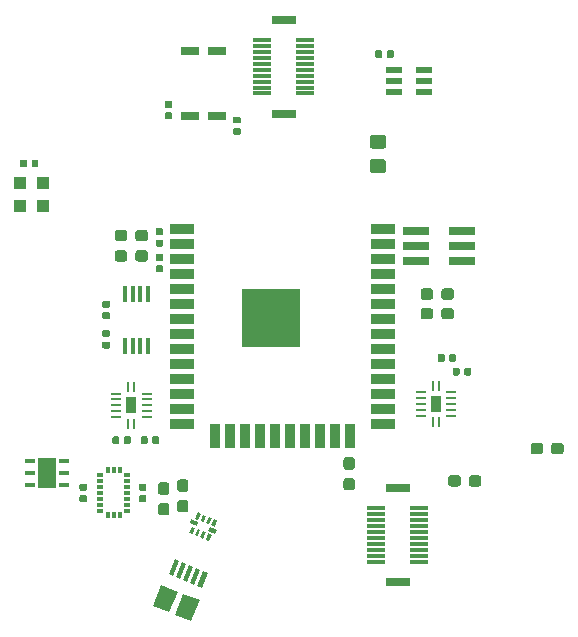
<source format=gtp>
G04 #@! TF.GenerationSoftware,KiCad,Pcbnew,(5.0.0)*
G04 #@! TF.CreationDate,2019-01-09T16:41:51-03:00*
G04 #@! TF.ProjectId,PCB_C,5043425F432E6B696361645F70636200,rev?*
G04 #@! TF.SameCoordinates,Original*
G04 #@! TF.FileFunction,Paste,Top*
G04 #@! TF.FilePolarity,Positive*
%FSLAX46Y46*%
G04 Gerber Fmt 4.6, Leading zero omitted, Abs format (unit mm)*
G04 Created by KiCad (PCBNEW (5.0.0)) date 01/09/19 16:41:51*
%MOMM*%
%LPD*%
G01*
G04 APERTURE LIST*
%ADD10C,0.100000*%
%ADD11C,1.150000*%
%ADD12C,0.950000*%
%ADD13R,2.200000X0.740000*%
%ADD14R,1.400000X0.600000*%
%ADD15C,0.590000*%
%ADD16R,5.000000X5.000000*%
%ADD17R,2.000000X0.900000*%
%ADD18R,0.900000X2.000000*%
%ADD19R,1.600000X0.300000*%
%ADD20R,2.000000X0.800000*%
%ADD21C,0.350000*%
%ADD22C,0.300000*%
%ADD23C,0.250000*%
%ADD24R,0.300000X0.600000*%
%ADD25R,0.600000X0.300000*%
%ADD26C,1.500000*%
%ADD27C,0.400000*%
%ADD28R,0.900000X1.400000*%
%ADD29R,0.240000X0.900000*%
%ADD30R,0.900000X0.240000*%
%ADD31R,0.450000X1.400000*%
%ADD32R,1.600000X2.500000*%
%ADD33R,0.850000X0.450000*%
%ADD34R,1.600000X0.700000*%
%ADD35R,1.000000X1.000000*%
G04 APERTURE END LIST*
D10*
G04 #@! TO.C,L1*
G36*
X8500905Y14179196D02*
X8525173Y14175596D01*
X8548972Y14169635D01*
X8572071Y14161370D01*
X8594250Y14150880D01*
X8615293Y14138268D01*
X8634999Y14123653D01*
X8653177Y14107177D01*
X8669653Y14088999D01*
X8684268Y14069293D01*
X8696880Y14048250D01*
X8707370Y14026071D01*
X8715635Y14002972D01*
X8721596Y13979173D01*
X8725196Y13954905D01*
X8726400Y13930401D01*
X8726400Y13280399D01*
X8725196Y13255895D01*
X8721596Y13231627D01*
X8715635Y13207828D01*
X8707370Y13184729D01*
X8696880Y13162550D01*
X8684268Y13141507D01*
X8669653Y13121801D01*
X8653177Y13103623D01*
X8634999Y13087147D01*
X8615293Y13072532D01*
X8594250Y13059920D01*
X8572071Y13049430D01*
X8548972Y13041165D01*
X8525173Y13035204D01*
X8500905Y13031604D01*
X8476401Y13030400D01*
X7576399Y13030400D01*
X7551895Y13031604D01*
X7527627Y13035204D01*
X7503828Y13041165D01*
X7480729Y13049430D01*
X7458550Y13059920D01*
X7437507Y13072532D01*
X7417801Y13087147D01*
X7399623Y13103623D01*
X7383147Y13121801D01*
X7368532Y13141507D01*
X7355920Y13162550D01*
X7345430Y13184729D01*
X7337165Y13207828D01*
X7331204Y13231627D01*
X7327604Y13255895D01*
X7326400Y13280399D01*
X7326400Y13930401D01*
X7327604Y13954905D01*
X7331204Y13979173D01*
X7337165Y14002972D01*
X7345430Y14026071D01*
X7355920Y14048250D01*
X7368532Y14069293D01*
X7383147Y14088999D01*
X7399623Y14107177D01*
X7417801Y14123653D01*
X7437507Y14138268D01*
X7458550Y14150880D01*
X7480729Y14161370D01*
X7503828Y14169635D01*
X7527627Y14175596D01*
X7551895Y14179196D01*
X7576399Y14180400D01*
X8476401Y14180400D01*
X8500905Y14179196D01*
X8500905Y14179196D01*
G37*
D11*
X8026400Y13605400D03*
D10*
G36*
X8500905Y16229196D02*
X8525173Y16225596D01*
X8548972Y16219635D01*
X8572071Y16211370D01*
X8594250Y16200880D01*
X8615293Y16188268D01*
X8634999Y16173653D01*
X8653177Y16157177D01*
X8669653Y16138999D01*
X8684268Y16119293D01*
X8696880Y16098250D01*
X8707370Y16076071D01*
X8715635Y16052972D01*
X8721596Y16029173D01*
X8725196Y16004905D01*
X8726400Y15980401D01*
X8726400Y15330399D01*
X8725196Y15305895D01*
X8721596Y15281627D01*
X8715635Y15257828D01*
X8707370Y15234729D01*
X8696880Y15212550D01*
X8684268Y15191507D01*
X8669653Y15171801D01*
X8653177Y15153623D01*
X8634999Y15137147D01*
X8615293Y15122532D01*
X8594250Y15109920D01*
X8572071Y15099430D01*
X8548972Y15091165D01*
X8525173Y15085204D01*
X8500905Y15081604D01*
X8476401Y15080400D01*
X7576399Y15080400D01*
X7551895Y15081604D01*
X7527627Y15085204D01*
X7503828Y15091165D01*
X7480729Y15099430D01*
X7458550Y15109920D01*
X7437507Y15122532D01*
X7417801Y15137147D01*
X7399623Y15153623D01*
X7383147Y15171801D01*
X7368532Y15191507D01*
X7355920Y15212550D01*
X7345430Y15234729D01*
X7337165Y15257828D01*
X7331204Y15281627D01*
X7327604Y15305895D01*
X7326400Y15330399D01*
X7326400Y15980401D01*
X7327604Y16004905D01*
X7331204Y16029173D01*
X7337165Y16052972D01*
X7345430Y16076071D01*
X7355920Y16098250D01*
X7368532Y16119293D01*
X7383147Y16138999D01*
X7399623Y16157177D01*
X7417801Y16173653D01*
X7437507Y16188268D01*
X7458550Y16200880D01*
X7480729Y16211370D01*
X7503828Y16219635D01*
X7527627Y16225596D01*
X7551895Y16229196D01*
X7576399Y16230400D01*
X8476401Y16230400D01*
X8500905Y16229196D01*
X8500905Y16229196D01*
G37*
D11*
X8026400Y15655400D03*
G04 #@! TD*
D10*
G04 #@! TO.C,R9*
G36*
X-8222821Y-14676744D02*
X-8199766Y-14680163D01*
X-8177157Y-14685827D01*
X-8155213Y-14693679D01*
X-8134143Y-14703644D01*
X-8114152Y-14715626D01*
X-8095432Y-14729510D01*
X-8078162Y-14745162D01*
X-8062510Y-14762432D01*
X-8048626Y-14781152D01*
X-8036644Y-14801143D01*
X-8026679Y-14822213D01*
X-8018827Y-14844157D01*
X-8013163Y-14866766D01*
X-8009744Y-14889821D01*
X-8008600Y-14913100D01*
X-8008600Y-15488100D01*
X-8009744Y-15511379D01*
X-8013163Y-15534434D01*
X-8018827Y-15557043D01*
X-8026679Y-15578987D01*
X-8036644Y-15600057D01*
X-8048626Y-15620048D01*
X-8062510Y-15638768D01*
X-8078162Y-15656038D01*
X-8095432Y-15671690D01*
X-8114152Y-15685574D01*
X-8134143Y-15697556D01*
X-8155213Y-15707521D01*
X-8177157Y-15715373D01*
X-8199766Y-15721037D01*
X-8222821Y-15724456D01*
X-8246100Y-15725600D01*
X-8721100Y-15725600D01*
X-8744379Y-15724456D01*
X-8767434Y-15721037D01*
X-8790043Y-15715373D01*
X-8811987Y-15707521D01*
X-8833057Y-15697556D01*
X-8853048Y-15685574D01*
X-8871768Y-15671690D01*
X-8889038Y-15656038D01*
X-8904690Y-15638768D01*
X-8918574Y-15620048D01*
X-8930556Y-15600057D01*
X-8940521Y-15578987D01*
X-8948373Y-15557043D01*
X-8954037Y-15534434D01*
X-8957456Y-15511379D01*
X-8958600Y-15488100D01*
X-8958600Y-14913100D01*
X-8957456Y-14889821D01*
X-8954037Y-14866766D01*
X-8948373Y-14844157D01*
X-8940521Y-14822213D01*
X-8930556Y-14801143D01*
X-8918574Y-14781152D01*
X-8904690Y-14762432D01*
X-8889038Y-14745162D01*
X-8871768Y-14729510D01*
X-8853048Y-14715626D01*
X-8833057Y-14703644D01*
X-8811987Y-14693679D01*
X-8790043Y-14685827D01*
X-8767434Y-14680163D01*
X-8744379Y-14676744D01*
X-8721100Y-14675600D01*
X-8246100Y-14675600D01*
X-8222821Y-14676744D01*
X-8222821Y-14676744D01*
G37*
D12*
X-8483600Y-15200600D03*
D10*
G36*
X-8222821Y-12926744D02*
X-8199766Y-12930163D01*
X-8177157Y-12935827D01*
X-8155213Y-12943679D01*
X-8134143Y-12953644D01*
X-8114152Y-12965626D01*
X-8095432Y-12979510D01*
X-8078162Y-12995162D01*
X-8062510Y-13012432D01*
X-8048626Y-13031152D01*
X-8036644Y-13051143D01*
X-8026679Y-13072213D01*
X-8018827Y-13094157D01*
X-8013163Y-13116766D01*
X-8009744Y-13139821D01*
X-8008600Y-13163100D01*
X-8008600Y-13738100D01*
X-8009744Y-13761379D01*
X-8013163Y-13784434D01*
X-8018827Y-13807043D01*
X-8026679Y-13828987D01*
X-8036644Y-13850057D01*
X-8048626Y-13870048D01*
X-8062510Y-13888768D01*
X-8078162Y-13906038D01*
X-8095432Y-13921690D01*
X-8114152Y-13935574D01*
X-8134143Y-13947556D01*
X-8155213Y-13957521D01*
X-8177157Y-13965373D01*
X-8199766Y-13971037D01*
X-8222821Y-13974456D01*
X-8246100Y-13975600D01*
X-8721100Y-13975600D01*
X-8744379Y-13974456D01*
X-8767434Y-13971037D01*
X-8790043Y-13965373D01*
X-8811987Y-13957521D01*
X-8833057Y-13947556D01*
X-8853048Y-13935574D01*
X-8871768Y-13921690D01*
X-8889038Y-13906038D01*
X-8904690Y-13888768D01*
X-8918574Y-13870048D01*
X-8930556Y-13850057D01*
X-8940521Y-13828987D01*
X-8948373Y-13807043D01*
X-8954037Y-13784434D01*
X-8957456Y-13761379D01*
X-8958600Y-13738100D01*
X-8958600Y-13163100D01*
X-8957456Y-13139821D01*
X-8954037Y-13116766D01*
X-8948373Y-13094157D01*
X-8940521Y-13072213D01*
X-8930556Y-13051143D01*
X-8918574Y-13031152D01*
X-8904690Y-13012432D01*
X-8889038Y-12995162D01*
X-8871768Y-12979510D01*
X-8853048Y-12965626D01*
X-8833057Y-12953644D01*
X-8811987Y-12943679D01*
X-8790043Y-12935827D01*
X-8767434Y-12930163D01*
X-8744379Y-12926744D01*
X-8721100Y-12925600D01*
X-8246100Y-12925600D01*
X-8222821Y-12926744D01*
X-8222821Y-12926744D01*
G37*
D12*
X-8483600Y-13450600D03*
G04 #@! TD*
D10*
G04 #@! TO.C,R8*
G36*
X-9848421Y-14930744D02*
X-9825366Y-14934163D01*
X-9802757Y-14939827D01*
X-9780813Y-14947679D01*
X-9759743Y-14957644D01*
X-9739752Y-14969626D01*
X-9721032Y-14983510D01*
X-9703762Y-14999162D01*
X-9688110Y-15016432D01*
X-9674226Y-15035152D01*
X-9662244Y-15055143D01*
X-9652279Y-15076213D01*
X-9644427Y-15098157D01*
X-9638763Y-15120766D01*
X-9635344Y-15143821D01*
X-9634200Y-15167100D01*
X-9634200Y-15742100D01*
X-9635344Y-15765379D01*
X-9638763Y-15788434D01*
X-9644427Y-15811043D01*
X-9652279Y-15832987D01*
X-9662244Y-15854057D01*
X-9674226Y-15874048D01*
X-9688110Y-15892768D01*
X-9703762Y-15910038D01*
X-9721032Y-15925690D01*
X-9739752Y-15939574D01*
X-9759743Y-15951556D01*
X-9780813Y-15961521D01*
X-9802757Y-15969373D01*
X-9825366Y-15975037D01*
X-9848421Y-15978456D01*
X-9871700Y-15979600D01*
X-10346700Y-15979600D01*
X-10369979Y-15978456D01*
X-10393034Y-15975037D01*
X-10415643Y-15969373D01*
X-10437587Y-15961521D01*
X-10458657Y-15951556D01*
X-10478648Y-15939574D01*
X-10497368Y-15925690D01*
X-10514638Y-15910038D01*
X-10530290Y-15892768D01*
X-10544174Y-15874048D01*
X-10556156Y-15854057D01*
X-10566121Y-15832987D01*
X-10573973Y-15811043D01*
X-10579637Y-15788434D01*
X-10583056Y-15765379D01*
X-10584200Y-15742100D01*
X-10584200Y-15167100D01*
X-10583056Y-15143821D01*
X-10579637Y-15120766D01*
X-10573973Y-15098157D01*
X-10566121Y-15076213D01*
X-10556156Y-15055143D01*
X-10544174Y-15035152D01*
X-10530290Y-15016432D01*
X-10514638Y-14999162D01*
X-10497368Y-14983510D01*
X-10478648Y-14969626D01*
X-10458657Y-14957644D01*
X-10437587Y-14947679D01*
X-10415643Y-14939827D01*
X-10393034Y-14934163D01*
X-10369979Y-14930744D01*
X-10346700Y-14929600D01*
X-9871700Y-14929600D01*
X-9848421Y-14930744D01*
X-9848421Y-14930744D01*
G37*
D12*
X-10109200Y-15454600D03*
D10*
G36*
X-9848421Y-13180744D02*
X-9825366Y-13184163D01*
X-9802757Y-13189827D01*
X-9780813Y-13197679D01*
X-9759743Y-13207644D01*
X-9739752Y-13219626D01*
X-9721032Y-13233510D01*
X-9703762Y-13249162D01*
X-9688110Y-13266432D01*
X-9674226Y-13285152D01*
X-9662244Y-13305143D01*
X-9652279Y-13326213D01*
X-9644427Y-13348157D01*
X-9638763Y-13370766D01*
X-9635344Y-13393821D01*
X-9634200Y-13417100D01*
X-9634200Y-13992100D01*
X-9635344Y-14015379D01*
X-9638763Y-14038434D01*
X-9644427Y-14061043D01*
X-9652279Y-14082987D01*
X-9662244Y-14104057D01*
X-9674226Y-14124048D01*
X-9688110Y-14142768D01*
X-9703762Y-14160038D01*
X-9721032Y-14175690D01*
X-9739752Y-14189574D01*
X-9759743Y-14201556D01*
X-9780813Y-14211521D01*
X-9802757Y-14219373D01*
X-9825366Y-14225037D01*
X-9848421Y-14228456D01*
X-9871700Y-14229600D01*
X-10346700Y-14229600D01*
X-10369979Y-14228456D01*
X-10393034Y-14225037D01*
X-10415643Y-14219373D01*
X-10437587Y-14211521D01*
X-10458657Y-14201556D01*
X-10478648Y-14189574D01*
X-10497368Y-14175690D01*
X-10514638Y-14160038D01*
X-10530290Y-14142768D01*
X-10544174Y-14124048D01*
X-10556156Y-14104057D01*
X-10566121Y-14082987D01*
X-10573973Y-14061043D01*
X-10579637Y-14038434D01*
X-10583056Y-14015379D01*
X-10584200Y-13992100D01*
X-10584200Y-13417100D01*
X-10583056Y-13393821D01*
X-10579637Y-13370766D01*
X-10573973Y-13348157D01*
X-10566121Y-13326213D01*
X-10556156Y-13305143D01*
X-10544174Y-13285152D01*
X-10530290Y-13266432D01*
X-10514638Y-13249162D01*
X-10497368Y-13233510D01*
X-10478648Y-13219626D01*
X-10458657Y-13207644D01*
X-10437587Y-13197679D01*
X-10415643Y-13189827D01*
X-10393034Y-13184163D01*
X-10369979Y-13180744D01*
X-10346700Y-13179600D01*
X-9871700Y-13179600D01*
X-9848421Y-13180744D01*
X-9848421Y-13180744D01*
G37*
D12*
X-10109200Y-13704600D03*
G04 #@! TD*
D13*
G04 #@! TO.C,J6*
X15158000Y5588000D03*
X11258000Y5588000D03*
X15158000Y6858000D03*
X11258000Y6858000D03*
X15158000Y8128000D03*
X11258000Y8128000D03*
G04 #@! TD*
D14*
G04 #@! TO.C,IC1*
X9418000Y19878000D03*
X9418000Y20828000D03*
X9418000Y21778000D03*
X11918000Y21778000D03*
X11918000Y20828000D03*
X11918000Y19878000D03*
G04 #@! TD*
D10*
G04 #@! TO.C,C1*
G36*
X8262158Y23407890D02*
X8276476Y23405766D01*
X8290517Y23402249D01*
X8304146Y23397372D01*
X8317231Y23391183D01*
X8329647Y23383742D01*
X8341273Y23375119D01*
X8351998Y23365398D01*
X8361719Y23354673D01*
X8370342Y23343047D01*
X8377783Y23330631D01*
X8383972Y23317546D01*
X8388849Y23303917D01*
X8392366Y23289876D01*
X8394490Y23275558D01*
X8395200Y23261100D01*
X8395200Y22916100D01*
X8394490Y22901642D01*
X8392366Y22887324D01*
X8388849Y22873283D01*
X8383972Y22859654D01*
X8377783Y22846569D01*
X8370342Y22834153D01*
X8361719Y22822527D01*
X8351998Y22811802D01*
X8341273Y22802081D01*
X8329647Y22793458D01*
X8317231Y22786017D01*
X8304146Y22779828D01*
X8290517Y22774951D01*
X8276476Y22771434D01*
X8262158Y22769310D01*
X8247700Y22768600D01*
X7952700Y22768600D01*
X7938242Y22769310D01*
X7923924Y22771434D01*
X7909883Y22774951D01*
X7896254Y22779828D01*
X7883169Y22786017D01*
X7870753Y22793458D01*
X7859127Y22802081D01*
X7848402Y22811802D01*
X7838681Y22822527D01*
X7830058Y22834153D01*
X7822617Y22846569D01*
X7816428Y22859654D01*
X7811551Y22873283D01*
X7808034Y22887324D01*
X7805910Y22901642D01*
X7805200Y22916100D01*
X7805200Y23261100D01*
X7805910Y23275558D01*
X7808034Y23289876D01*
X7811551Y23303917D01*
X7816428Y23317546D01*
X7822617Y23330631D01*
X7830058Y23343047D01*
X7838681Y23354673D01*
X7848402Y23365398D01*
X7859127Y23375119D01*
X7870753Y23383742D01*
X7883169Y23391183D01*
X7896254Y23397372D01*
X7909883Y23402249D01*
X7923924Y23405766D01*
X7938242Y23407890D01*
X7952700Y23408600D01*
X8247700Y23408600D01*
X8262158Y23407890D01*
X8262158Y23407890D01*
G37*
D15*
X8100200Y23088600D03*
D10*
G36*
X9232158Y23407890D02*
X9246476Y23405766D01*
X9260517Y23402249D01*
X9274146Y23397372D01*
X9287231Y23391183D01*
X9299647Y23383742D01*
X9311273Y23375119D01*
X9321998Y23365398D01*
X9331719Y23354673D01*
X9340342Y23343047D01*
X9347783Y23330631D01*
X9353972Y23317546D01*
X9358849Y23303917D01*
X9362366Y23289876D01*
X9364490Y23275558D01*
X9365200Y23261100D01*
X9365200Y22916100D01*
X9364490Y22901642D01*
X9362366Y22887324D01*
X9358849Y22873283D01*
X9353972Y22859654D01*
X9347783Y22846569D01*
X9340342Y22834153D01*
X9331719Y22822527D01*
X9321998Y22811802D01*
X9311273Y22802081D01*
X9299647Y22793458D01*
X9287231Y22786017D01*
X9274146Y22779828D01*
X9260517Y22774951D01*
X9246476Y22771434D01*
X9232158Y22769310D01*
X9217700Y22768600D01*
X8922700Y22768600D01*
X8908242Y22769310D01*
X8893924Y22771434D01*
X8879883Y22774951D01*
X8866254Y22779828D01*
X8853169Y22786017D01*
X8840753Y22793458D01*
X8829127Y22802081D01*
X8818402Y22811802D01*
X8808681Y22822527D01*
X8800058Y22834153D01*
X8792617Y22846569D01*
X8786428Y22859654D01*
X8781551Y22873283D01*
X8778034Y22887324D01*
X8775910Y22901642D01*
X8775200Y22916100D01*
X8775200Y23261100D01*
X8775910Y23275558D01*
X8778034Y23289876D01*
X8781551Y23303917D01*
X8786428Y23317546D01*
X8792617Y23330631D01*
X8800058Y23343047D01*
X8808681Y23354673D01*
X8818402Y23365398D01*
X8829127Y23375119D01*
X8840753Y23383742D01*
X8853169Y23391183D01*
X8866254Y23397372D01*
X8879883Y23402249D01*
X8893924Y23405766D01*
X8908242Y23407890D01*
X8922700Y23408600D01*
X9217700Y23408600D01*
X9232158Y23407890D01*
X9232158Y23407890D01*
G37*
D15*
X9070200Y23088600D03*
G04 #@! TD*
D16*
G04 #@! TO.C,U3*
X-1050800Y755000D03*
D17*
X-8550800Y8255000D03*
X-8550800Y6985000D03*
X-8550800Y5715000D03*
X-8550800Y4445000D03*
X-8550800Y3175000D03*
X-8550800Y1905000D03*
X-8550800Y635000D03*
X-8550800Y-635000D03*
X-8550800Y-1905000D03*
X-8550800Y-3175000D03*
X-8550800Y-4445000D03*
X-8550800Y-5715000D03*
X-8550800Y-6985000D03*
X-8550800Y-8255000D03*
D18*
X-5765800Y-9255000D03*
X-4495800Y-9255000D03*
X-3225800Y-9255000D03*
X-1955800Y-9255000D03*
X-685800Y-9255000D03*
X584200Y-9255000D03*
X1854200Y-9255000D03*
X3124200Y-9255000D03*
X4394200Y-9255000D03*
X5664200Y-9255000D03*
D17*
X8449200Y-8255000D03*
X8449200Y-6985000D03*
X8449200Y-5715000D03*
X8449200Y-4445000D03*
X8449200Y-3175000D03*
X8449200Y-1905000D03*
X8449200Y-635000D03*
X8449200Y635000D03*
X8449200Y1905000D03*
X8449200Y3175000D03*
X8449200Y4445000D03*
X8449200Y5715000D03*
X8449200Y6985000D03*
X8449200Y8255000D03*
G04 #@! TD*
D19*
G04 #@! TO.C,J3*
X1850000Y20250000D03*
X1850000Y20750000D03*
X-1750000Y23250000D03*
D20*
X50000Y26000000D03*
D19*
X-1750000Y19750000D03*
X1850000Y19750000D03*
X-1750000Y20250000D03*
X-1750000Y24250000D03*
X-1750000Y22250000D03*
D20*
X50000Y18000000D03*
D19*
X-1750000Y20750000D03*
X-1750000Y22750000D03*
X-1750000Y21250000D03*
X-1750000Y23750000D03*
X-1750000Y21750000D03*
X1850000Y21250000D03*
X1850000Y21750000D03*
X1850000Y22250000D03*
X1850000Y22750000D03*
X1850000Y24250000D03*
X1850000Y23250000D03*
X1850000Y23750000D03*
X7900000Y-15877600D03*
X7900000Y-16377600D03*
X11500000Y-18877600D03*
D20*
X9700000Y-21627600D03*
D19*
X11500000Y-15377600D03*
X7900000Y-15377600D03*
X11500000Y-15877600D03*
X11500000Y-19877600D03*
X11500000Y-17877600D03*
D20*
X9700000Y-13627600D03*
D19*
X11500000Y-16377600D03*
X11500000Y-18377600D03*
X11500000Y-16877600D03*
X11500000Y-19377600D03*
X11500000Y-17377600D03*
X7900000Y-16877600D03*
X7900000Y-17377600D03*
X7900000Y-17877600D03*
X7900000Y-18377600D03*
X7900000Y-19877600D03*
X7900000Y-18877600D03*
X7900000Y-19377600D03*
G04 #@! TD*
D10*
G04 #@! TO.C,C16*
G36*
X-10277842Y6164090D02*
X-10263524Y6161966D01*
X-10249483Y6158449D01*
X-10235854Y6153572D01*
X-10222769Y6147383D01*
X-10210353Y6139942D01*
X-10198727Y6131319D01*
X-10188002Y6121598D01*
X-10178281Y6110873D01*
X-10169658Y6099247D01*
X-10162217Y6086831D01*
X-10156028Y6073746D01*
X-10151151Y6060117D01*
X-10147634Y6046076D01*
X-10145510Y6031758D01*
X-10144800Y6017300D01*
X-10144800Y5722300D01*
X-10145510Y5707842D01*
X-10147634Y5693524D01*
X-10151151Y5679483D01*
X-10156028Y5665854D01*
X-10162217Y5652769D01*
X-10169658Y5640353D01*
X-10178281Y5628727D01*
X-10188002Y5618002D01*
X-10198727Y5608281D01*
X-10210353Y5599658D01*
X-10222769Y5592217D01*
X-10235854Y5586028D01*
X-10249483Y5581151D01*
X-10263524Y5577634D01*
X-10277842Y5575510D01*
X-10292300Y5574800D01*
X-10637300Y5574800D01*
X-10651758Y5575510D01*
X-10666076Y5577634D01*
X-10680117Y5581151D01*
X-10693746Y5586028D01*
X-10706831Y5592217D01*
X-10719247Y5599658D01*
X-10730873Y5608281D01*
X-10741598Y5618002D01*
X-10751319Y5628727D01*
X-10759942Y5640353D01*
X-10767383Y5652769D01*
X-10773572Y5665854D01*
X-10778449Y5679483D01*
X-10781966Y5693524D01*
X-10784090Y5707842D01*
X-10784800Y5722300D01*
X-10784800Y6017300D01*
X-10784090Y6031758D01*
X-10781966Y6046076D01*
X-10778449Y6060117D01*
X-10773572Y6073746D01*
X-10767383Y6086831D01*
X-10759942Y6099247D01*
X-10751319Y6110873D01*
X-10741598Y6121598D01*
X-10730873Y6131319D01*
X-10719247Y6139942D01*
X-10706831Y6147383D01*
X-10693746Y6153572D01*
X-10680117Y6158449D01*
X-10666076Y6161966D01*
X-10651758Y6164090D01*
X-10637300Y6164800D01*
X-10292300Y6164800D01*
X-10277842Y6164090D01*
X-10277842Y6164090D01*
G37*
D15*
X-10464800Y5869800D03*
D10*
G36*
X-10277842Y5194090D02*
X-10263524Y5191966D01*
X-10249483Y5188449D01*
X-10235854Y5183572D01*
X-10222769Y5177383D01*
X-10210353Y5169942D01*
X-10198727Y5161319D01*
X-10188002Y5151598D01*
X-10178281Y5140873D01*
X-10169658Y5129247D01*
X-10162217Y5116831D01*
X-10156028Y5103746D01*
X-10151151Y5090117D01*
X-10147634Y5076076D01*
X-10145510Y5061758D01*
X-10144800Y5047300D01*
X-10144800Y4752300D01*
X-10145510Y4737842D01*
X-10147634Y4723524D01*
X-10151151Y4709483D01*
X-10156028Y4695854D01*
X-10162217Y4682769D01*
X-10169658Y4670353D01*
X-10178281Y4658727D01*
X-10188002Y4648002D01*
X-10198727Y4638281D01*
X-10210353Y4629658D01*
X-10222769Y4622217D01*
X-10235854Y4616028D01*
X-10249483Y4611151D01*
X-10263524Y4607634D01*
X-10277842Y4605510D01*
X-10292300Y4604800D01*
X-10637300Y4604800D01*
X-10651758Y4605510D01*
X-10666076Y4607634D01*
X-10680117Y4611151D01*
X-10693746Y4616028D01*
X-10706831Y4622217D01*
X-10719247Y4629658D01*
X-10730873Y4638281D01*
X-10741598Y4648002D01*
X-10751319Y4658727D01*
X-10759942Y4670353D01*
X-10767383Y4682769D01*
X-10773572Y4695854D01*
X-10778449Y4709483D01*
X-10781966Y4723524D01*
X-10784090Y4737842D01*
X-10784800Y4752300D01*
X-10784800Y5047300D01*
X-10784090Y5061758D01*
X-10781966Y5076076D01*
X-10778449Y5090117D01*
X-10773572Y5103746D01*
X-10767383Y5116831D01*
X-10759942Y5129247D01*
X-10751319Y5140873D01*
X-10741598Y5151598D01*
X-10730873Y5161319D01*
X-10719247Y5169942D01*
X-10706831Y5177383D01*
X-10693746Y5183572D01*
X-10680117Y5188449D01*
X-10666076Y5191966D01*
X-10651758Y5194090D01*
X-10637300Y5194800D01*
X-10292300Y5194800D01*
X-10277842Y5194090D01*
X-10277842Y5194090D01*
G37*
D15*
X-10464800Y4899800D03*
G04 #@! TD*
D10*
G04 #@! TO.C,R7*
G36*
X23537779Y-9838544D02*
X23560834Y-9841963D01*
X23583443Y-9847627D01*
X23605387Y-9855479D01*
X23626457Y-9865444D01*
X23646448Y-9877426D01*
X23665168Y-9891310D01*
X23682438Y-9906962D01*
X23698090Y-9924232D01*
X23711974Y-9942952D01*
X23723956Y-9962943D01*
X23733921Y-9984013D01*
X23741773Y-10005957D01*
X23747437Y-10028566D01*
X23750856Y-10051621D01*
X23752000Y-10074900D01*
X23752000Y-10549900D01*
X23750856Y-10573179D01*
X23747437Y-10596234D01*
X23741773Y-10618843D01*
X23733921Y-10640787D01*
X23723956Y-10661857D01*
X23711974Y-10681848D01*
X23698090Y-10700568D01*
X23682438Y-10717838D01*
X23665168Y-10733490D01*
X23646448Y-10747374D01*
X23626457Y-10759356D01*
X23605387Y-10769321D01*
X23583443Y-10777173D01*
X23560834Y-10782837D01*
X23537779Y-10786256D01*
X23514500Y-10787400D01*
X22939500Y-10787400D01*
X22916221Y-10786256D01*
X22893166Y-10782837D01*
X22870557Y-10777173D01*
X22848613Y-10769321D01*
X22827543Y-10759356D01*
X22807552Y-10747374D01*
X22788832Y-10733490D01*
X22771562Y-10717838D01*
X22755910Y-10700568D01*
X22742026Y-10681848D01*
X22730044Y-10661857D01*
X22720079Y-10640787D01*
X22712227Y-10618843D01*
X22706563Y-10596234D01*
X22703144Y-10573179D01*
X22702000Y-10549900D01*
X22702000Y-10074900D01*
X22703144Y-10051621D01*
X22706563Y-10028566D01*
X22712227Y-10005957D01*
X22720079Y-9984013D01*
X22730044Y-9962943D01*
X22742026Y-9942952D01*
X22755910Y-9924232D01*
X22771562Y-9906962D01*
X22788832Y-9891310D01*
X22807552Y-9877426D01*
X22827543Y-9865444D01*
X22848613Y-9855479D01*
X22870557Y-9847627D01*
X22893166Y-9841963D01*
X22916221Y-9838544D01*
X22939500Y-9837400D01*
X23514500Y-9837400D01*
X23537779Y-9838544D01*
X23537779Y-9838544D01*
G37*
D12*
X23227000Y-10312400D03*
D10*
G36*
X21787779Y-9838544D02*
X21810834Y-9841963D01*
X21833443Y-9847627D01*
X21855387Y-9855479D01*
X21876457Y-9865444D01*
X21896448Y-9877426D01*
X21915168Y-9891310D01*
X21932438Y-9906962D01*
X21948090Y-9924232D01*
X21961974Y-9942952D01*
X21973956Y-9962943D01*
X21983921Y-9984013D01*
X21991773Y-10005957D01*
X21997437Y-10028566D01*
X22000856Y-10051621D01*
X22002000Y-10074900D01*
X22002000Y-10549900D01*
X22000856Y-10573179D01*
X21997437Y-10596234D01*
X21991773Y-10618843D01*
X21983921Y-10640787D01*
X21973956Y-10661857D01*
X21961974Y-10681848D01*
X21948090Y-10700568D01*
X21932438Y-10717838D01*
X21915168Y-10733490D01*
X21896448Y-10747374D01*
X21876457Y-10759356D01*
X21855387Y-10769321D01*
X21833443Y-10777173D01*
X21810834Y-10782837D01*
X21787779Y-10786256D01*
X21764500Y-10787400D01*
X21189500Y-10787400D01*
X21166221Y-10786256D01*
X21143166Y-10782837D01*
X21120557Y-10777173D01*
X21098613Y-10769321D01*
X21077543Y-10759356D01*
X21057552Y-10747374D01*
X21038832Y-10733490D01*
X21021562Y-10717838D01*
X21005910Y-10700568D01*
X20992026Y-10681848D01*
X20980044Y-10661857D01*
X20970079Y-10640787D01*
X20962227Y-10618843D01*
X20956563Y-10596234D01*
X20953144Y-10573179D01*
X20952000Y-10549900D01*
X20952000Y-10074900D01*
X20953144Y-10051621D01*
X20956563Y-10028566D01*
X20962227Y-10005957D01*
X20970079Y-9984013D01*
X20980044Y-9962943D01*
X20992026Y-9942952D01*
X21005910Y-9924232D01*
X21021562Y-9906962D01*
X21038832Y-9891310D01*
X21057552Y-9877426D01*
X21077543Y-9865444D01*
X21098613Y-9855479D01*
X21120557Y-9847627D01*
X21143166Y-9841963D01*
X21166221Y-9838544D01*
X21189500Y-9837400D01*
X21764500Y-9837400D01*
X21787779Y-9838544D01*
X21787779Y-9838544D01*
G37*
D12*
X21477000Y-10312400D03*
G04 #@! TD*
D10*
G04 #@! TO.C,R6*
G36*
X14828179Y-12581744D02*
X14851234Y-12585163D01*
X14873843Y-12590827D01*
X14895787Y-12598679D01*
X14916857Y-12608644D01*
X14936848Y-12620626D01*
X14955568Y-12634510D01*
X14972838Y-12650162D01*
X14988490Y-12667432D01*
X15002374Y-12686152D01*
X15014356Y-12706143D01*
X15024321Y-12727213D01*
X15032173Y-12749157D01*
X15037837Y-12771766D01*
X15041256Y-12794821D01*
X15042400Y-12818100D01*
X15042400Y-13293100D01*
X15041256Y-13316379D01*
X15037837Y-13339434D01*
X15032173Y-13362043D01*
X15024321Y-13383987D01*
X15014356Y-13405057D01*
X15002374Y-13425048D01*
X14988490Y-13443768D01*
X14972838Y-13461038D01*
X14955568Y-13476690D01*
X14936848Y-13490574D01*
X14916857Y-13502556D01*
X14895787Y-13512521D01*
X14873843Y-13520373D01*
X14851234Y-13526037D01*
X14828179Y-13529456D01*
X14804900Y-13530600D01*
X14229900Y-13530600D01*
X14206621Y-13529456D01*
X14183566Y-13526037D01*
X14160957Y-13520373D01*
X14139013Y-13512521D01*
X14117943Y-13502556D01*
X14097952Y-13490574D01*
X14079232Y-13476690D01*
X14061962Y-13461038D01*
X14046310Y-13443768D01*
X14032426Y-13425048D01*
X14020444Y-13405057D01*
X14010479Y-13383987D01*
X14002627Y-13362043D01*
X13996963Y-13339434D01*
X13993544Y-13316379D01*
X13992400Y-13293100D01*
X13992400Y-12818100D01*
X13993544Y-12794821D01*
X13996963Y-12771766D01*
X14002627Y-12749157D01*
X14010479Y-12727213D01*
X14020444Y-12706143D01*
X14032426Y-12686152D01*
X14046310Y-12667432D01*
X14061962Y-12650162D01*
X14079232Y-12634510D01*
X14097952Y-12620626D01*
X14117943Y-12608644D01*
X14139013Y-12598679D01*
X14160957Y-12590827D01*
X14183566Y-12585163D01*
X14206621Y-12581744D01*
X14229900Y-12580600D01*
X14804900Y-12580600D01*
X14828179Y-12581744D01*
X14828179Y-12581744D01*
G37*
D12*
X14517400Y-13055600D03*
D10*
G36*
X16578179Y-12581744D02*
X16601234Y-12585163D01*
X16623843Y-12590827D01*
X16645787Y-12598679D01*
X16666857Y-12608644D01*
X16686848Y-12620626D01*
X16705568Y-12634510D01*
X16722838Y-12650162D01*
X16738490Y-12667432D01*
X16752374Y-12686152D01*
X16764356Y-12706143D01*
X16774321Y-12727213D01*
X16782173Y-12749157D01*
X16787837Y-12771766D01*
X16791256Y-12794821D01*
X16792400Y-12818100D01*
X16792400Y-13293100D01*
X16791256Y-13316379D01*
X16787837Y-13339434D01*
X16782173Y-13362043D01*
X16774321Y-13383987D01*
X16764356Y-13405057D01*
X16752374Y-13425048D01*
X16738490Y-13443768D01*
X16722838Y-13461038D01*
X16705568Y-13476690D01*
X16686848Y-13490574D01*
X16666857Y-13502556D01*
X16645787Y-13512521D01*
X16623843Y-13520373D01*
X16601234Y-13526037D01*
X16578179Y-13529456D01*
X16554900Y-13530600D01*
X15979900Y-13530600D01*
X15956621Y-13529456D01*
X15933566Y-13526037D01*
X15910957Y-13520373D01*
X15889013Y-13512521D01*
X15867943Y-13502556D01*
X15847952Y-13490574D01*
X15829232Y-13476690D01*
X15811962Y-13461038D01*
X15796310Y-13443768D01*
X15782426Y-13425048D01*
X15770444Y-13405057D01*
X15760479Y-13383987D01*
X15752627Y-13362043D01*
X15746963Y-13339434D01*
X15743544Y-13316379D01*
X15742400Y-13293100D01*
X15742400Y-12818100D01*
X15743544Y-12794821D01*
X15746963Y-12771766D01*
X15752627Y-12749157D01*
X15760479Y-12727213D01*
X15770444Y-12706143D01*
X15782426Y-12686152D01*
X15796310Y-12667432D01*
X15811962Y-12650162D01*
X15829232Y-12634510D01*
X15847952Y-12620626D01*
X15867943Y-12608644D01*
X15889013Y-12598679D01*
X15910957Y-12590827D01*
X15933566Y-12585163D01*
X15956621Y-12581744D01*
X15979900Y-12580600D01*
X16554900Y-12580600D01*
X16578179Y-12581744D01*
X16578179Y-12581744D01*
G37*
D12*
X16267400Y-13055600D03*
G04 #@! TD*
D10*
G04 #@! TO.C,R5*
G36*
X5848779Y-12808542D02*
X5871834Y-12811961D01*
X5894443Y-12817625D01*
X5916387Y-12825477D01*
X5937457Y-12835442D01*
X5957448Y-12847424D01*
X5976168Y-12861308D01*
X5993438Y-12876960D01*
X6009090Y-12894230D01*
X6022974Y-12912950D01*
X6034956Y-12932941D01*
X6044921Y-12954011D01*
X6052773Y-12975955D01*
X6058437Y-12998564D01*
X6061856Y-13021619D01*
X6063000Y-13044898D01*
X6063000Y-13619898D01*
X6061856Y-13643177D01*
X6058437Y-13666232D01*
X6052773Y-13688841D01*
X6044921Y-13710785D01*
X6034956Y-13731855D01*
X6022974Y-13751846D01*
X6009090Y-13770566D01*
X5993438Y-13787836D01*
X5976168Y-13803488D01*
X5957448Y-13817372D01*
X5937457Y-13829354D01*
X5916387Y-13839319D01*
X5894443Y-13847171D01*
X5871834Y-13852835D01*
X5848779Y-13856254D01*
X5825500Y-13857398D01*
X5350500Y-13857398D01*
X5327221Y-13856254D01*
X5304166Y-13852835D01*
X5281557Y-13847171D01*
X5259613Y-13839319D01*
X5238543Y-13829354D01*
X5218552Y-13817372D01*
X5199832Y-13803488D01*
X5182562Y-13787836D01*
X5166910Y-13770566D01*
X5153026Y-13751846D01*
X5141044Y-13731855D01*
X5131079Y-13710785D01*
X5123227Y-13688841D01*
X5117563Y-13666232D01*
X5114144Y-13643177D01*
X5113000Y-13619898D01*
X5113000Y-13044898D01*
X5114144Y-13021619D01*
X5117563Y-12998564D01*
X5123227Y-12975955D01*
X5131079Y-12954011D01*
X5141044Y-12932941D01*
X5153026Y-12912950D01*
X5166910Y-12894230D01*
X5182562Y-12876960D01*
X5199832Y-12861308D01*
X5218552Y-12847424D01*
X5238543Y-12835442D01*
X5259613Y-12825477D01*
X5281557Y-12817625D01*
X5304166Y-12811961D01*
X5327221Y-12808542D01*
X5350500Y-12807398D01*
X5825500Y-12807398D01*
X5848779Y-12808542D01*
X5848779Y-12808542D01*
G37*
D12*
X5588000Y-13332398D03*
D10*
G36*
X5848779Y-11058544D02*
X5871834Y-11061963D01*
X5894443Y-11067627D01*
X5916387Y-11075479D01*
X5937457Y-11085444D01*
X5957448Y-11097426D01*
X5976168Y-11111310D01*
X5993438Y-11126962D01*
X6009090Y-11144232D01*
X6022974Y-11162952D01*
X6034956Y-11182943D01*
X6044921Y-11204013D01*
X6052773Y-11225957D01*
X6058437Y-11248566D01*
X6061856Y-11271621D01*
X6063000Y-11294900D01*
X6063000Y-11869900D01*
X6061856Y-11893179D01*
X6058437Y-11916234D01*
X6052773Y-11938843D01*
X6044921Y-11960787D01*
X6034956Y-11981857D01*
X6022974Y-12001848D01*
X6009090Y-12020568D01*
X5993438Y-12037838D01*
X5976168Y-12053490D01*
X5957448Y-12067374D01*
X5937457Y-12079356D01*
X5916387Y-12089321D01*
X5894443Y-12097173D01*
X5871834Y-12102837D01*
X5848779Y-12106256D01*
X5825500Y-12107400D01*
X5350500Y-12107400D01*
X5327221Y-12106256D01*
X5304166Y-12102837D01*
X5281557Y-12097173D01*
X5259613Y-12089321D01*
X5238543Y-12079356D01*
X5218552Y-12067374D01*
X5199832Y-12053490D01*
X5182562Y-12037838D01*
X5166910Y-12020568D01*
X5153026Y-12001848D01*
X5141044Y-11981857D01*
X5131079Y-11960787D01*
X5123227Y-11938843D01*
X5117563Y-11916234D01*
X5114144Y-11893179D01*
X5113000Y-11869900D01*
X5113000Y-11294900D01*
X5114144Y-11271621D01*
X5117563Y-11248566D01*
X5123227Y-11225957D01*
X5131079Y-11204013D01*
X5141044Y-11182943D01*
X5153026Y-11162952D01*
X5166910Y-11144232D01*
X5182562Y-11126962D01*
X5199832Y-11111310D01*
X5218552Y-11097426D01*
X5238543Y-11085444D01*
X5259613Y-11075479D01*
X5281557Y-11067627D01*
X5304166Y-11061963D01*
X5327221Y-11058544D01*
X5350500Y-11057400D01*
X5825500Y-11057400D01*
X5848779Y-11058544D01*
X5848779Y-11058544D01*
G37*
D12*
X5588000Y-11582400D03*
G04 #@! TD*
D10*
G04 #@! TO.C,C3*
G36*
X-3724642Y16827290D02*
X-3710324Y16825166D01*
X-3696283Y16821649D01*
X-3682654Y16816772D01*
X-3669569Y16810583D01*
X-3657153Y16803142D01*
X-3645527Y16794519D01*
X-3634802Y16784798D01*
X-3625081Y16774073D01*
X-3616458Y16762447D01*
X-3609017Y16750031D01*
X-3602828Y16736946D01*
X-3597951Y16723317D01*
X-3594434Y16709276D01*
X-3592310Y16694958D01*
X-3591600Y16680500D01*
X-3591600Y16385500D01*
X-3592310Y16371042D01*
X-3594434Y16356724D01*
X-3597951Y16342683D01*
X-3602828Y16329054D01*
X-3609017Y16315969D01*
X-3616458Y16303553D01*
X-3625081Y16291927D01*
X-3634802Y16281202D01*
X-3645527Y16271481D01*
X-3657153Y16262858D01*
X-3669569Y16255417D01*
X-3682654Y16249228D01*
X-3696283Y16244351D01*
X-3710324Y16240834D01*
X-3724642Y16238710D01*
X-3739100Y16238000D01*
X-4084100Y16238000D01*
X-4098558Y16238710D01*
X-4112876Y16240834D01*
X-4126917Y16244351D01*
X-4140546Y16249228D01*
X-4153631Y16255417D01*
X-4166047Y16262858D01*
X-4177673Y16271481D01*
X-4188398Y16281202D01*
X-4198119Y16291927D01*
X-4206742Y16303553D01*
X-4214183Y16315969D01*
X-4220372Y16329054D01*
X-4225249Y16342683D01*
X-4228766Y16356724D01*
X-4230890Y16371042D01*
X-4231600Y16385500D01*
X-4231600Y16680500D01*
X-4230890Y16694958D01*
X-4228766Y16709276D01*
X-4225249Y16723317D01*
X-4220372Y16736946D01*
X-4214183Y16750031D01*
X-4206742Y16762447D01*
X-4198119Y16774073D01*
X-4188398Y16784798D01*
X-4177673Y16794519D01*
X-4166047Y16803142D01*
X-4153631Y16810583D01*
X-4140546Y16816772D01*
X-4126917Y16821649D01*
X-4112876Y16825166D01*
X-4098558Y16827290D01*
X-4084100Y16828000D01*
X-3739100Y16828000D01*
X-3724642Y16827290D01*
X-3724642Y16827290D01*
G37*
D15*
X-3911600Y16533000D03*
D10*
G36*
X-3724642Y17797290D02*
X-3710324Y17795166D01*
X-3696283Y17791649D01*
X-3682654Y17786772D01*
X-3669569Y17780583D01*
X-3657153Y17773142D01*
X-3645527Y17764519D01*
X-3634802Y17754798D01*
X-3625081Y17744073D01*
X-3616458Y17732447D01*
X-3609017Y17720031D01*
X-3602828Y17706946D01*
X-3597951Y17693317D01*
X-3594434Y17679276D01*
X-3592310Y17664958D01*
X-3591600Y17650500D01*
X-3591600Y17355500D01*
X-3592310Y17341042D01*
X-3594434Y17326724D01*
X-3597951Y17312683D01*
X-3602828Y17299054D01*
X-3609017Y17285969D01*
X-3616458Y17273553D01*
X-3625081Y17261927D01*
X-3634802Y17251202D01*
X-3645527Y17241481D01*
X-3657153Y17232858D01*
X-3669569Y17225417D01*
X-3682654Y17219228D01*
X-3696283Y17214351D01*
X-3710324Y17210834D01*
X-3724642Y17208710D01*
X-3739100Y17208000D01*
X-4084100Y17208000D01*
X-4098558Y17208710D01*
X-4112876Y17210834D01*
X-4126917Y17214351D01*
X-4140546Y17219228D01*
X-4153631Y17225417D01*
X-4166047Y17232858D01*
X-4177673Y17241481D01*
X-4188398Y17251202D01*
X-4198119Y17261927D01*
X-4206742Y17273553D01*
X-4214183Y17285969D01*
X-4220372Y17299054D01*
X-4225249Y17312683D01*
X-4228766Y17326724D01*
X-4230890Y17341042D01*
X-4231600Y17355500D01*
X-4231600Y17650500D01*
X-4230890Y17664958D01*
X-4228766Y17679276D01*
X-4225249Y17693317D01*
X-4220372Y17706946D01*
X-4214183Y17720031D01*
X-4206742Y17732447D01*
X-4198119Y17744073D01*
X-4188398Y17754798D01*
X-4177673Y17764519D01*
X-4166047Y17773142D01*
X-4153631Y17780583D01*
X-4140546Y17786772D01*
X-4126917Y17791649D01*
X-4112876Y17795166D01*
X-4098558Y17797290D01*
X-4084100Y17798000D01*
X-3739100Y17798000D01*
X-3724642Y17797290D01*
X-3724642Y17797290D01*
G37*
D15*
X-3911600Y17503000D03*
G04 #@! TD*
D10*
G04 #@! TO.C,C13*
G36*
X-10277842Y7378490D02*
X-10263524Y7376366D01*
X-10249483Y7372849D01*
X-10235854Y7367972D01*
X-10222769Y7361783D01*
X-10210353Y7354342D01*
X-10198727Y7345719D01*
X-10188002Y7335998D01*
X-10178281Y7325273D01*
X-10169658Y7313647D01*
X-10162217Y7301231D01*
X-10156028Y7288146D01*
X-10151151Y7274517D01*
X-10147634Y7260476D01*
X-10145510Y7246158D01*
X-10144800Y7231700D01*
X-10144800Y6936700D01*
X-10145510Y6922242D01*
X-10147634Y6907924D01*
X-10151151Y6893883D01*
X-10156028Y6880254D01*
X-10162217Y6867169D01*
X-10169658Y6854753D01*
X-10178281Y6843127D01*
X-10188002Y6832402D01*
X-10198727Y6822681D01*
X-10210353Y6814058D01*
X-10222769Y6806617D01*
X-10235854Y6800428D01*
X-10249483Y6795551D01*
X-10263524Y6792034D01*
X-10277842Y6789910D01*
X-10292300Y6789200D01*
X-10637300Y6789200D01*
X-10651758Y6789910D01*
X-10666076Y6792034D01*
X-10680117Y6795551D01*
X-10693746Y6800428D01*
X-10706831Y6806617D01*
X-10719247Y6814058D01*
X-10730873Y6822681D01*
X-10741598Y6832402D01*
X-10751319Y6843127D01*
X-10759942Y6854753D01*
X-10767383Y6867169D01*
X-10773572Y6880254D01*
X-10778449Y6893883D01*
X-10781966Y6907924D01*
X-10784090Y6922242D01*
X-10784800Y6936700D01*
X-10784800Y7231700D01*
X-10784090Y7246158D01*
X-10781966Y7260476D01*
X-10778449Y7274517D01*
X-10773572Y7288146D01*
X-10767383Y7301231D01*
X-10759942Y7313647D01*
X-10751319Y7325273D01*
X-10741598Y7335998D01*
X-10730873Y7345719D01*
X-10719247Y7354342D01*
X-10706831Y7361783D01*
X-10693746Y7367972D01*
X-10680117Y7372849D01*
X-10666076Y7376366D01*
X-10651758Y7378490D01*
X-10637300Y7379200D01*
X-10292300Y7379200D01*
X-10277842Y7378490D01*
X-10277842Y7378490D01*
G37*
D15*
X-10464800Y7084200D03*
D10*
G36*
X-10277842Y8348490D02*
X-10263524Y8346366D01*
X-10249483Y8342849D01*
X-10235854Y8337972D01*
X-10222769Y8331783D01*
X-10210353Y8324342D01*
X-10198727Y8315719D01*
X-10188002Y8305998D01*
X-10178281Y8295273D01*
X-10169658Y8283647D01*
X-10162217Y8271231D01*
X-10156028Y8258146D01*
X-10151151Y8244517D01*
X-10147634Y8230476D01*
X-10145510Y8216158D01*
X-10144800Y8201700D01*
X-10144800Y7906700D01*
X-10145510Y7892242D01*
X-10147634Y7877924D01*
X-10151151Y7863883D01*
X-10156028Y7850254D01*
X-10162217Y7837169D01*
X-10169658Y7824753D01*
X-10178281Y7813127D01*
X-10188002Y7802402D01*
X-10198727Y7792681D01*
X-10210353Y7784058D01*
X-10222769Y7776617D01*
X-10235854Y7770428D01*
X-10249483Y7765551D01*
X-10263524Y7762034D01*
X-10277842Y7759910D01*
X-10292300Y7759200D01*
X-10637300Y7759200D01*
X-10651758Y7759910D01*
X-10666076Y7762034D01*
X-10680117Y7765551D01*
X-10693746Y7770428D01*
X-10706831Y7776617D01*
X-10719247Y7784058D01*
X-10730873Y7792681D01*
X-10741598Y7802402D01*
X-10751319Y7813127D01*
X-10759942Y7824753D01*
X-10767383Y7837169D01*
X-10773572Y7850254D01*
X-10778449Y7863883D01*
X-10781966Y7877924D01*
X-10784090Y7892242D01*
X-10784800Y7906700D01*
X-10784800Y8201700D01*
X-10784090Y8216158D01*
X-10781966Y8230476D01*
X-10778449Y8244517D01*
X-10773572Y8258146D01*
X-10767383Y8271231D01*
X-10759942Y8283647D01*
X-10751319Y8295273D01*
X-10741598Y8305998D01*
X-10730873Y8315719D01*
X-10719247Y8324342D01*
X-10706831Y8331783D01*
X-10693746Y8337972D01*
X-10680117Y8342849D01*
X-10666076Y8346366D01*
X-10651758Y8348490D01*
X-10637300Y8349200D01*
X-10292300Y8349200D01*
X-10277842Y8348490D01*
X-10277842Y8348490D01*
G37*
D15*
X-10464800Y8054200D03*
G04 #@! TD*
D10*
G04 #@! TO.C,C19*
G36*
X-10630642Y-9281910D02*
X-10616324Y-9284034D01*
X-10602283Y-9287551D01*
X-10588654Y-9292428D01*
X-10575569Y-9298617D01*
X-10563153Y-9306058D01*
X-10551527Y-9314681D01*
X-10540802Y-9324402D01*
X-10531081Y-9335127D01*
X-10522458Y-9346753D01*
X-10515017Y-9359169D01*
X-10508828Y-9372254D01*
X-10503951Y-9385883D01*
X-10500434Y-9399924D01*
X-10498310Y-9414242D01*
X-10497600Y-9428700D01*
X-10497600Y-9773700D01*
X-10498310Y-9788158D01*
X-10500434Y-9802476D01*
X-10503951Y-9816517D01*
X-10508828Y-9830146D01*
X-10515017Y-9843231D01*
X-10522458Y-9855647D01*
X-10531081Y-9867273D01*
X-10540802Y-9877998D01*
X-10551527Y-9887719D01*
X-10563153Y-9896342D01*
X-10575569Y-9903783D01*
X-10588654Y-9909972D01*
X-10602283Y-9914849D01*
X-10616324Y-9918366D01*
X-10630642Y-9920490D01*
X-10645100Y-9921200D01*
X-10940100Y-9921200D01*
X-10954558Y-9920490D01*
X-10968876Y-9918366D01*
X-10982917Y-9914849D01*
X-10996546Y-9909972D01*
X-11009631Y-9903783D01*
X-11022047Y-9896342D01*
X-11033673Y-9887719D01*
X-11044398Y-9877998D01*
X-11054119Y-9867273D01*
X-11062742Y-9855647D01*
X-11070183Y-9843231D01*
X-11076372Y-9830146D01*
X-11081249Y-9816517D01*
X-11084766Y-9802476D01*
X-11086890Y-9788158D01*
X-11087600Y-9773700D01*
X-11087600Y-9428700D01*
X-11086890Y-9414242D01*
X-11084766Y-9399924D01*
X-11081249Y-9385883D01*
X-11076372Y-9372254D01*
X-11070183Y-9359169D01*
X-11062742Y-9346753D01*
X-11054119Y-9335127D01*
X-11044398Y-9324402D01*
X-11033673Y-9314681D01*
X-11022047Y-9306058D01*
X-11009631Y-9298617D01*
X-10996546Y-9292428D01*
X-10982917Y-9287551D01*
X-10968876Y-9284034D01*
X-10954558Y-9281910D01*
X-10940100Y-9281200D01*
X-10645100Y-9281200D01*
X-10630642Y-9281910D01*
X-10630642Y-9281910D01*
G37*
D15*
X-10792600Y-9601200D03*
D10*
G36*
X-11600642Y-9281910D02*
X-11586324Y-9284034D01*
X-11572283Y-9287551D01*
X-11558654Y-9292428D01*
X-11545569Y-9298617D01*
X-11533153Y-9306058D01*
X-11521527Y-9314681D01*
X-11510802Y-9324402D01*
X-11501081Y-9335127D01*
X-11492458Y-9346753D01*
X-11485017Y-9359169D01*
X-11478828Y-9372254D01*
X-11473951Y-9385883D01*
X-11470434Y-9399924D01*
X-11468310Y-9414242D01*
X-11467600Y-9428700D01*
X-11467600Y-9773700D01*
X-11468310Y-9788158D01*
X-11470434Y-9802476D01*
X-11473951Y-9816517D01*
X-11478828Y-9830146D01*
X-11485017Y-9843231D01*
X-11492458Y-9855647D01*
X-11501081Y-9867273D01*
X-11510802Y-9877998D01*
X-11521527Y-9887719D01*
X-11533153Y-9896342D01*
X-11545569Y-9903783D01*
X-11558654Y-9909972D01*
X-11572283Y-9914849D01*
X-11586324Y-9918366D01*
X-11600642Y-9920490D01*
X-11615100Y-9921200D01*
X-11910100Y-9921200D01*
X-11924558Y-9920490D01*
X-11938876Y-9918366D01*
X-11952917Y-9914849D01*
X-11966546Y-9909972D01*
X-11979631Y-9903783D01*
X-11992047Y-9896342D01*
X-12003673Y-9887719D01*
X-12014398Y-9877998D01*
X-12024119Y-9867273D01*
X-12032742Y-9855647D01*
X-12040183Y-9843231D01*
X-12046372Y-9830146D01*
X-12051249Y-9816517D01*
X-12054766Y-9802476D01*
X-12056890Y-9788158D01*
X-12057600Y-9773700D01*
X-12057600Y-9428700D01*
X-12056890Y-9414242D01*
X-12054766Y-9399924D01*
X-12051249Y-9385883D01*
X-12046372Y-9372254D01*
X-12040183Y-9359169D01*
X-12032742Y-9346753D01*
X-12024119Y-9335127D01*
X-12014398Y-9324402D01*
X-12003673Y-9314681D01*
X-11992047Y-9306058D01*
X-11979631Y-9298617D01*
X-11966546Y-9292428D01*
X-11952917Y-9287551D01*
X-11938876Y-9284034D01*
X-11924558Y-9281910D01*
X-11910100Y-9281200D01*
X-11615100Y-9281200D01*
X-11600642Y-9281910D01*
X-11600642Y-9281910D01*
G37*
D15*
X-11762600Y-9601200D03*
G04 #@! TD*
D10*
G04 #@! TO.C,C21*
G36*
X-13018242Y-9281910D02*
X-13003924Y-9284034D01*
X-12989883Y-9287551D01*
X-12976254Y-9292428D01*
X-12963169Y-9298617D01*
X-12950753Y-9306058D01*
X-12939127Y-9314681D01*
X-12928402Y-9324402D01*
X-12918681Y-9335127D01*
X-12910058Y-9346753D01*
X-12902617Y-9359169D01*
X-12896428Y-9372254D01*
X-12891551Y-9385883D01*
X-12888034Y-9399924D01*
X-12885910Y-9414242D01*
X-12885200Y-9428700D01*
X-12885200Y-9773700D01*
X-12885910Y-9788158D01*
X-12888034Y-9802476D01*
X-12891551Y-9816517D01*
X-12896428Y-9830146D01*
X-12902617Y-9843231D01*
X-12910058Y-9855647D01*
X-12918681Y-9867273D01*
X-12928402Y-9877998D01*
X-12939127Y-9887719D01*
X-12950753Y-9896342D01*
X-12963169Y-9903783D01*
X-12976254Y-9909972D01*
X-12989883Y-9914849D01*
X-13003924Y-9918366D01*
X-13018242Y-9920490D01*
X-13032700Y-9921200D01*
X-13327700Y-9921200D01*
X-13342158Y-9920490D01*
X-13356476Y-9918366D01*
X-13370517Y-9914849D01*
X-13384146Y-9909972D01*
X-13397231Y-9903783D01*
X-13409647Y-9896342D01*
X-13421273Y-9887719D01*
X-13431998Y-9877998D01*
X-13441719Y-9867273D01*
X-13450342Y-9855647D01*
X-13457783Y-9843231D01*
X-13463972Y-9830146D01*
X-13468849Y-9816517D01*
X-13472366Y-9802476D01*
X-13474490Y-9788158D01*
X-13475200Y-9773700D01*
X-13475200Y-9428700D01*
X-13474490Y-9414242D01*
X-13472366Y-9399924D01*
X-13468849Y-9385883D01*
X-13463972Y-9372254D01*
X-13457783Y-9359169D01*
X-13450342Y-9346753D01*
X-13441719Y-9335127D01*
X-13431998Y-9324402D01*
X-13421273Y-9314681D01*
X-13409647Y-9306058D01*
X-13397231Y-9298617D01*
X-13384146Y-9292428D01*
X-13370517Y-9287551D01*
X-13356476Y-9284034D01*
X-13342158Y-9281910D01*
X-13327700Y-9281200D01*
X-13032700Y-9281200D01*
X-13018242Y-9281910D01*
X-13018242Y-9281910D01*
G37*
D15*
X-13180200Y-9601200D03*
D10*
G36*
X-13988242Y-9281910D02*
X-13973924Y-9284034D01*
X-13959883Y-9287551D01*
X-13946254Y-9292428D01*
X-13933169Y-9298617D01*
X-13920753Y-9306058D01*
X-13909127Y-9314681D01*
X-13898402Y-9324402D01*
X-13888681Y-9335127D01*
X-13880058Y-9346753D01*
X-13872617Y-9359169D01*
X-13866428Y-9372254D01*
X-13861551Y-9385883D01*
X-13858034Y-9399924D01*
X-13855910Y-9414242D01*
X-13855200Y-9428700D01*
X-13855200Y-9773700D01*
X-13855910Y-9788158D01*
X-13858034Y-9802476D01*
X-13861551Y-9816517D01*
X-13866428Y-9830146D01*
X-13872617Y-9843231D01*
X-13880058Y-9855647D01*
X-13888681Y-9867273D01*
X-13898402Y-9877998D01*
X-13909127Y-9887719D01*
X-13920753Y-9896342D01*
X-13933169Y-9903783D01*
X-13946254Y-9909972D01*
X-13959883Y-9914849D01*
X-13973924Y-9918366D01*
X-13988242Y-9920490D01*
X-14002700Y-9921200D01*
X-14297700Y-9921200D01*
X-14312158Y-9920490D01*
X-14326476Y-9918366D01*
X-14340517Y-9914849D01*
X-14354146Y-9909972D01*
X-14367231Y-9903783D01*
X-14379647Y-9896342D01*
X-14391273Y-9887719D01*
X-14401998Y-9877998D01*
X-14411719Y-9867273D01*
X-14420342Y-9855647D01*
X-14427783Y-9843231D01*
X-14433972Y-9830146D01*
X-14438849Y-9816517D01*
X-14442366Y-9802476D01*
X-14444490Y-9788158D01*
X-14445200Y-9773700D01*
X-14445200Y-9428700D01*
X-14444490Y-9414242D01*
X-14442366Y-9399924D01*
X-14438849Y-9385883D01*
X-14433972Y-9372254D01*
X-14427783Y-9359169D01*
X-14420342Y-9346753D01*
X-14411719Y-9335127D01*
X-14401998Y-9324402D01*
X-14391273Y-9314681D01*
X-14379647Y-9306058D01*
X-14367231Y-9298617D01*
X-14354146Y-9292428D01*
X-14340517Y-9287551D01*
X-14326476Y-9284034D01*
X-14312158Y-9281910D01*
X-14297700Y-9281200D01*
X-14002700Y-9281200D01*
X-13988242Y-9281910D01*
X-13988242Y-9281910D01*
G37*
D15*
X-14150200Y-9601200D03*
G04 #@! TD*
D10*
G04 #@! TO.C,C25*
G36*
X-11700242Y-14262310D02*
X-11685924Y-14264434D01*
X-11671883Y-14267951D01*
X-11658254Y-14272828D01*
X-11645169Y-14279017D01*
X-11632753Y-14286458D01*
X-11621127Y-14295081D01*
X-11610402Y-14304802D01*
X-11600681Y-14315527D01*
X-11592058Y-14327153D01*
X-11584617Y-14339569D01*
X-11578428Y-14352654D01*
X-11573551Y-14366283D01*
X-11570034Y-14380324D01*
X-11567910Y-14394642D01*
X-11567200Y-14409100D01*
X-11567200Y-14704100D01*
X-11567910Y-14718558D01*
X-11570034Y-14732876D01*
X-11573551Y-14746917D01*
X-11578428Y-14760546D01*
X-11584617Y-14773631D01*
X-11592058Y-14786047D01*
X-11600681Y-14797673D01*
X-11610402Y-14808398D01*
X-11621127Y-14818119D01*
X-11632753Y-14826742D01*
X-11645169Y-14834183D01*
X-11658254Y-14840372D01*
X-11671883Y-14845249D01*
X-11685924Y-14848766D01*
X-11700242Y-14850890D01*
X-11714700Y-14851600D01*
X-12059700Y-14851600D01*
X-12074158Y-14850890D01*
X-12088476Y-14848766D01*
X-12102517Y-14845249D01*
X-12116146Y-14840372D01*
X-12129231Y-14834183D01*
X-12141647Y-14826742D01*
X-12153273Y-14818119D01*
X-12163998Y-14808398D01*
X-12173719Y-14797673D01*
X-12182342Y-14786047D01*
X-12189783Y-14773631D01*
X-12195972Y-14760546D01*
X-12200849Y-14746917D01*
X-12204366Y-14732876D01*
X-12206490Y-14718558D01*
X-12207200Y-14704100D01*
X-12207200Y-14409100D01*
X-12206490Y-14394642D01*
X-12204366Y-14380324D01*
X-12200849Y-14366283D01*
X-12195972Y-14352654D01*
X-12189783Y-14339569D01*
X-12182342Y-14327153D01*
X-12173719Y-14315527D01*
X-12163998Y-14304802D01*
X-12153273Y-14295081D01*
X-12141647Y-14286458D01*
X-12129231Y-14279017D01*
X-12116146Y-14272828D01*
X-12102517Y-14267951D01*
X-12088476Y-14264434D01*
X-12074158Y-14262310D01*
X-12059700Y-14261600D01*
X-11714700Y-14261600D01*
X-11700242Y-14262310D01*
X-11700242Y-14262310D01*
G37*
D15*
X-11887200Y-14556600D03*
D10*
G36*
X-11700242Y-13292310D02*
X-11685924Y-13294434D01*
X-11671883Y-13297951D01*
X-11658254Y-13302828D01*
X-11645169Y-13309017D01*
X-11632753Y-13316458D01*
X-11621127Y-13325081D01*
X-11610402Y-13334802D01*
X-11600681Y-13345527D01*
X-11592058Y-13357153D01*
X-11584617Y-13369569D01*
X-11578428Y-13382654D01*
X-11573551Y-13396283D01*
X-11570034Y-13410324D01*
X-11567910Y-13424642D01*
X-11567200Y-13439100D01*
X-11567200Y-13734100D01*
X-11567910Y-13748558D01*
X-11570034Y-13762876D01*
X-11573551Y-13776917D01*
X-11578428Y-13790546D01*
X-11584617Y-13803631D01*
X-11592058Y-13816047D01*
X-11600681Y-13827673D01*
X-11610402Y-13838398D01*
X-11621127Y-13848119D01*
X-11632753Y-13856742D01*
X-11645169Y-13864183D01*
X-11658254Y-13870372D01*
X-11671883Y-13875249D01*
X-11685924Y-13878766D01*
X-11700242Y-13880890D01*
X-11714700Y-13881600D01*
X-12059700Y-13881600D01*
X-12074158Y-13880890D01*
X-12088476Y-13878766D01*
X-12102517Y-13875249D01*
X-12116146Y-13870372D01*
X-12129231Y-13864183D01*
X-12141647Y-13856742D01*
X-12153273Y-13848119D01*
X-12163998Y-13838398D01*
X-12173719Y-13827673D01*
X-12182342Y-13816047D01*
X-12189783Y-13803631D01*
X-12195972Y-13790546D01*
X-12200849Y-13776917D01*
X-12204366Y-13762876D01*
X-12206490Y-13748558D01*
X-12207200Y-13734100D01*
X-12207200Y-13439100D01*
X-12206490Y-13424642D01*
X-12204366Y-13410324D01*
X-12200849Y-13396283D01*
X-12195972Y-13382654D01*
X-12189783Y-13369569D01*
X-12182342Y-13357153D01*
X-12173719Y-13345527D01*
X-12163998Y-13334802D01*
X-12153273Y-13325081D01*
X-12141647Y-13316458D01*
X-12129231Y-13309017D01*
X-12116146Y-13302828D01*
X-12102517Y-13297951D01*
X-12088476Y-13294434D01*
X-12074158Y-13292310D01*
X-12059700Y-13291600D01*
X-11714700Y-13291600D01*
X-11700242Y-13292310D01*
X-11700242Y-13292310D01*
G37*
D15*
X-11887200Y-13586600D03*
G04 #@! TD*
D10*
G04 #@! TO.C,C24*
G36*
X-16729442Y-14262310D02*
X-16715124Y-14264434D01*
X-16701083Y-14267951D01*
X-16687454Y-14272828D01*
X-16674369Y-14279017D01*
X-16661953Y-14286458D01*
X-16650327Y-14295081D01*
X-16639602Y-14304802D01*
X-16629881Y-14315527D01*
X-16621258Y-14327153D01*
X-16613817Y-14339569D01*
X-16607628Y-14352654D01*
X-16602751Y-14366283D01*
X-16599234Y-14380324D01*
X-16597110Y-14394642D01*
X-16596400Y-14409100D01*
X-16596400Y-14704100D01*
X-16597110Y-14718558D01*
X-16599234Y-14732876D01*
X-16602751Y-14746917D01*
X-16607628Y-14760546D01*
X-16613817Y-14773631D01*
X-16621258Y-14786047D01*
X-16629881Y-14797673D01*
X-16639602Y-14808398D01*
X-16650327Y-14818119D01*
X-16661953Y-14826742D01*
X-16674369Y-14834183D01*
X-16687454Y-14840372D01*
X-16701083Y-14845249D01*
X-16715124Y-14848766D01*
X-16729442Y-14850890D01*
X-16743900Y-14851600D01*
X-17088900Y-14851600D01*
X-17103358Y-14850890D01*
X-17117676Y-14848766D01*
X-17131717Y-14845249D01*
X-17145346Y-14840372D01*
X-17158431Y-14834183D01*
X-17170847Y-14826742D01*
X-17182473Y-14818119D01*
X-17193198Y-14808398D01*
X-17202919Y-14797673D01*
X-17211542Y-14786047D01*
X-17218983Y-14773631D01*
X-17225172Y-14760546D01*
X-17230049Y-14746917D01*
X-17233566Y-14732876D01*
X-17235690Y-14718558D01*
X-17236400Y-14704100D01*
X-17236400Y-14409100D01*
X-17235690Y-14394642D01*
X-17233566Y-14380324D01*
X-17230049Y-14366283D01*
X-17225172Y-14352654D01*
X-17218983Y-14339569D01*
X-17211542Y-14327153D01*
X-17202919Y-14315527D01*
X-17193198Y-14304802D01*
X-17182473Y-14295081D01*
X-17170847Y-14286458D01*
X-17158431Y-14279017D01*
X-17145346Y-14272828D01*
X-17131717Y-14267951D01*
X-17117676Y-14264434D01*
X-17103358Y-14262310D01*
X-17088900Y-14261600D01*
X-16743900Y-14261600D01*
X-16729442Y-14262310D01*
X-16729442Y-14262310D01*
G37*
D15*
X-16916400Y-14556600D03*
D10*
G36*
X-16729442Y-13292310D02*
X-16715124Y-13294434D01*
X-16701083Y-13297951D01*
X-16687454Y-13302828D01*
X-16674369Y-13309017D01*
X-16661953Y-13316458D01*
X-16650327Y-13325081D01*
X-16639602Y-13334802D01*
X-16629881Y-13345527D01*
X-16621258Y-13357153D01*
X-16613817Y-13369569D01*
X-16607628Y-13382654D01*
X-16602751Y-13396283D01*
X-16599234Y-13410324D01*
X-16597110Y-13424642D01*
X-16596400Y-13439100D01*
X-16596400Y-13734100D01*
X-16597110Y-13748558D01*
X-16599234Y-13762876D01*
X-16602751Y-13776917D01*
X-16607628Y-13790546D01*
X-16613817Y-13803631D01*
X-16621258Y-13816047D01*
X-16629881Y-13827673D01*
X-16639602Y-13838398D01*
X-16650327Y-13848119D01*
X-16661953Y-13856742D01*
X-16674369Y-13864183D01*
X-16687454Y-13870372D01*
X-16701083Y-13875249D01*
X-16715124Y-13878766D01*
X-16729442Y-13880890D01*
X-16743900Y-13881600D01*
X-17088900Y-13881600D01*
X-17103358Y-13880890D01*
X-17117676Y-13878766D01*
X-17131717Y-13875249D01*
X-17145346Y-13870372D01*
X-17158431Y-13864183D01*
X-17170847Y-13856742D01*
X-17182473Y-13848119D01*
X-17193198Y-13838398D01*
X-17202919Y-13827673D01*
X-17211542Y-13816047D01*
X-17218983Y-13803631D01*
X-17225172Y-13790546D01*
X-17230049Y-13776917D01*
X-17233566Y-13762876D01*
X-17235690Y-13748558D01*
X-17236400Y-13734100D01*
X-17236400Y-13439100D01*
X-17235690Y-13424642D01*
X-17233566Y-13410324D01*
X-17230049Y-13396283D01*
X-17225172Y-13382654D01*
X-17218983Y-13369569D01*
X-17211542Y-13357153D01*
X-17202919Y-13345527D01*
X-17193198Y-13334802D01*
X-17182473Y-13325081D01*
X-17170847Y-13316458D01*
X-17158431Y-13309017D01*
X-17145346Y-13302828D01*
X-17131717Y-13297951D01*
X-17117676Y-13294434D01*
X-17103358Y-13292310D01*
X-17088900Y-13291600D01*
X-16743900Y-13291600D01*
X-16729442Y-13292310D01*
X-16729442Y-13292310D01*
G37*
D15*
X-16916400Y-13586600D03*
G04 #@! TD*
D10*
G04 #@! TO.C,C23*
G36*
X-21811442Y14136890D02*
X-21797124Y14134766D01*
X-21783083Y14131249D01*
X-21769454Y14126372D01*
X-21756369Y14120183D01*
X-21743953Y14112742D01*
X-21732327Y14104119D01*
X-21721602Y14094398D01*
X-21711881Y14083673D01*
X-21703258Y14072047D01*
X-21695817Y14059631D01*
X-21689628Y14046546D01*
X-21684751Y14032917D01*
X-21681234Y14018876D01*
X-21679110Y14004558D01*
X-21678400Y13990100D01*
X-21678400Y13645100D01*
X-21679110Y13630642D01*
X-21681234Y13616324D01*
X-21684751Y13602283D01*
X-21689628Y13588654D01*
X-21695817Y13575569D01*
X-21703258Y13563153D01*
X-21711881Y13551527D01*
X-21721602Y13540802D01*
X-21732327Y13531081D01*
X-21743953Y13522458D01*
X-21756369Y13515017D01*
X-21769454Y13508828D01*
X-21783083Y13503951D01*
X-21797124Y13500434D01*
X-21811442Y13498310D01*
X-21825900Y13497600D01*
X-22120900Y13497600D01*
X-22135358Y13498310D01*
X-22149676Y13500434D01*
X-22163717Y13503951D01*
X-22177346Y13508828D01*
X-22190431Y13515017D01*
X-22202847Y13522458D01*
X-22214473Y13531081D01*
X-22225198Y13540802D01*
X-22234919Y13551527D01*
X-22243542Y13563153D01*
X-22250983Y13575569D01*
X-22257172Y13588654D01*
X-22262049Y13602283D01*
X-22265566Y13616324D01*
X-22267690Y13630642D01*
X-22268400Y13645100D01*
X-22268400Y13990100D01*
X-22267690Y14004558D01*
X-22265566Y14018876D01*
X-22262049Y14032917D01*
X-22257172Y14046546D01*
X-22250983Y14059631D01*
X-22243542Y14072047D01*
X-22234919Y14083673D01*
X-22225198Y14094398D01*
X-22214473Y14104119D01*
X-22202847Y14112742D01*
X-22190431Y14120183D01*
X-22177346Y14126372D01*
X-22163717Y14131249D01*
X-22149676Y14134766D01*
X-22135358Y14136890D01*
X-22120900Y14137600D01*
X-21825900Y14137600D01*
X-21811442Y14136890D01*
X-21811442Y14136890D01*
G37*
D15*
X-21973400Y13817600D03*
D10*
G36*
X-20841442Y14136890D02*
X-20827124Y14134766D01*
X-20813083Y14131249D01*
X-20799454Y14126372D01*
X-20786369Y14120183D01*
X-20773953Y14112742D01*
X-20762327Y14104119D01*
X-20751602Y14094398D01*
X-20741881Y14083673D01*
X-20733258Y14072047D01*
X-20725817Y14059631D01*
X-20719628Y14046546D01*
X-20714751Y14032917D01*
X-20711234Y14018876D01*
X-20709110Y14004558D01*
X-20708400Y13990100D01*
X-20708400Y13645100D01*
X-20709110Y13630642D01*
X-20711234Y13616324D01*
X-20714751Y13602283D01*
X-20719628Y13588654D01*
X-20725817Y13575569D01*
X-20733258Y13563153D01*
X-20741881Y13551527D01*
X-20751602Y13540802D01*
X-20762327Y13531081D01*
X-20773953Y13522458D01*
X-20786369Y13515017D01*
X-20799454Y13508828D01*
X-20813083Y13503951D01*
X-20827124Y13500434D01*
X-20841442Y13498310D01*
X-20855900Y13497600D01*
X-21150900Y13497600D01*
X-21165358Y13498310D01*
X-21179676Y13500434D01*
X-21193717Y13503951D01*
X-21207346Y13508828D01*
X-21220431Y13515017D01*
X-21232847Y13522458D01*
X-21244473Y13531081D01*
X-21255198Y13540802D01*
X-21264919Y13551527D01*
X-21273542Y13563153D01*
X-21280983Y13575569D01*
X-21287172Y13588654D01*
X-21292049Y13602283D01*
X-21295566Y13616324D01*
X-21297690Y13630642D01*
X-21298400Y13645100D01*
X-21298400Y13990100D01*
X-21297690Y14004558D01*
X-21295566Y14018876D01*
X-21292049Y14032917D01*
X-21287172Y14046546D01*
X-21280983Y14059631D01*
X-21273542Y14072047D01*
X-21264919Y14083673D01*
X-21255198Y14094398D01*
X-21244473Y14104119D01*
X-21232847Y14112742D01*
X-21220431Y14120183D01*
X-21207346Y14126372D01*
X-21193717Y14131249D01*
X-21179676Y14134766D01*
X-21165358Y14136890D01*
X-21150900Y14137600D01*
X-20855900Y14137600D01*
X-20841442Y14136890D01*
X-20841442Y14136890D01*
G37*
D15*
X-21003400Y13817600D03*
G04 #@! TD*
D10*
G04 #@! TO.C,C4*
G36*
X-9515842Y19118090D02*
X-9501524Y19115966D01*
X-9487483Y19112449D01*
X-9473854Y19107572D01*
X-9460769Y19101383D01*
X-9448353Y19093942D01*
X-9436727Y19085319D01*
X-9426002Y19075598D01*
X-9416281Y19064873D01*
X-9407658Y19053247D01*
X-9400217Y19040831D01*
X-9394028Y19027746D01*
X-9389151Y19014117D01*
X-9385634Y19000076D01*
X-9383510Y18985758D01*
X-9382800Y18971300D01*
X-9382800Y18676300D01*
X-9383510Y18661842D01*
X-9385634Y18647524D01*
X-9389151Y18633483D01*
X-9394028Y18619854D01*
X-9400217Y18606769D01*
X-9407658Y18594353D01*
X-9416281Y18582727D01*
X-9426002Y18572002D01*
X-9436727Y18562281D01*
X-9448353Y18553658D01*
X-9460769Y18546217D01*
X-9473854Y18540028D01*
X-9487483Y18535151D01*
X-9501524Y18531634D01*
X-9515842Y18529510D01*
X-9530300Y18528800D01*
X-9875300Y18528800D01*
X-9889758Y18529510D01*
X-9904076Y18531634D01*
X-9918117Y18535151D01*
X-9931746Y18540028D01*
X-9944831Y18546217D01*
X-9957247Y18553658D01*
X-9968873Y18562281D01*
X-9979598Y18572002D01*
X-9989319Y18582727D01*
X-9997942Y18594353D01*
X-10005383Y18606769D01*
X-10011572Y18619854D01*
X-10016449Y18633483D01*
X-10019966Y18647524D01*
X-10022090Y18661842D01*
X-10022800Y18676300D01*
X-10022800Y18971300D01*
X-10022090Y18985758D01*
X-10019966Y19000076D01*
X-10016449Y19014117D01*
X-10011572Y19027746D01*
X-10005383Y19040831D01*
X-9997942Y19053247D01*
X-9989319Y19064873D01*
X-9979598Y19075598D01*
X-9968873Y19085319D01*
X-9957247Y19093942D01*
X-9944831Y19101383D01*
X-9931746Y19107572D01*
X-9918117Y19112449D01*
X-9904076Y19115966D01*
X-9889758Y19118090D01*
X-9875300Y19118800D01*
X-9530300Y19118800D01*
X-9515842Y19118090D01*
X-9515842Y19118090D01*
G37*
D15*
X-9702800Y18823800D03*
D10*
G36*
X-9515842Y18148090D02*
X-9501524Y18145966D01*
X-9487483Y18142449D01*
X-9473854Y18137572D01*
X-9460769Y18131383D01*
X-9448353Y18123942D01*
X-9436727Y18115319D01*
X-9426002Y18105598D01*
X-9416281Y18094873D01*
X-9407658Y18083247D01*
X-9400217Y18070831D01*
X-9394028Y18057746D01*
X-9389151Y18044117D01*
X-9385634Y18030076D01*
X-9383510Y18015758D01*
X-9382800Y18001300D01*
X-9382800Y17706300D01*
X-9383510Y17691842D01*
X-9385634Y17677524D01*
X-9389151Y17663483D01*
X-9394028Y17649854D01*
X-9400217Y17636769D01*
X-9407658Y17624353D01*
X-9416281Y17612727D01*
X-9426002Y17602002D01*
X-9436727Y17592281D01*
X-9448353Y17583658D01*
X-9460769Y17576217D01*
X-9473854Y17570028D01*
X-9487483Y17565151D01*
X-9501524Y17561634D01*
X-9515842Y17559510D01*
X-9530300Y17558800D01*
X-9875300Y17558800D01*
X-9889758Y17559510D01*
X-9904076Y17561634D01*
X-9918117Y17565151D01*
X-9931746Y17570028D01*
X-9944831Y17576217D01*
X-9957247Y17583658D01*
X-9968873Y17592281D01*
X-9979598Y17602002D01*
X-9989319Y17612727D01*
X-9997942Y17624353D01*
X-10005383Y17636769D01*
X-10011572Y17649854D01*
X-10016449Y17663483D01*
X-10019966Y17677524D01*
X-10022090Y17691842D01*
X-10022800Y17706300D01*
X-10022800Y18001300D01*
X-10022090Y18015758D01*
X-10019966Y18030076D01*
X-10016449Y18044117D01*
X-10011572Y18057746D01*
X-10005383Y18070831D01*
X-9997942Y18083247D01*
X-9989319Y18094873D01*
X-9979598Y18105598D01*
X-9968873Y18115319D01*
X-9957247Y18123942D01*
X-9944831Y18131383D01*
X-9931746Y18137572D01*
X-9918117Y18142449D01*
X-9904076Y18145966D01*
X-9889758Y18148090D01*
X-9875300Y18148800D01*
X-9530300Y18148800D01*
X-9515842Y18148090D01*
X-9515842Y18148090D01*
G37*
D15*
X-9702800Y17853800D03*
G04 #@! TD*
D10*
G04 #@! TO.C,C5*
G36*
X14815358Y-3490710D02*
X14829676Y-3492834D01*
X14843717Y-3496351D01*
X14857346Y-3501228D01*
X14870431Y-3507417D01*
X14882847Y-3514858D01*
X14894473Y-3523481D01*
X14905198Y-3533202D01*
X14914919Y-3543927D01*
X14923542Y-3555553D01*
X14930983Y-3567969D01*
X14937172Y-3581054D01*
X14942049Y-3594683D01*
X14945566Y-3608724D01*
X14947690Y-3623042D01*
X14948400Y-3637500D01*
X14948400Y-3982500D01*
X14947690Y-3996958D01*
X14945566Y-4011276D01*
X14942049Y-4025317D01*
X14937172Y-4038946D01*
X14930983Y-4052031D01*
X14923542Y-4064447D01*
X14914919Y-4076073D01*
X14905198Y-4086798D01*
X14894473Y-4096519D01*
X14882847Y-4105142D01*
X14870431Y-4112583D01*
X14857346Y-4118772D01*
X14843717Y-4123649D01*
X14829676Y-4127166D01*
X14815358Y-4129290D01*
X14800900Y-4130000D01*
X14505900Y-4130000D01*
X14491442Y-4129290D01*
X14477124Y-4127166D01*
X14463083Y-4123649D01*
X14449454Y-4118772D01*
X14436369Y-4112583D01*
X14423953Y-4105142D01*
X14412327Y-4096519D01*
X14401602Y-4086798D01*
X14391881Y-4076073D01*
X14383258Y-4064447D01*
X14375817Y-4052031D01*
X14369628Y-4038946D01*
X14364751Y-4025317D01*
X14361234Y-4011276D01*
X14359110Y-3996958D01*
X14358400Y-3982500D01*
X14358400Y-3637500D01*
X14359110Y-3623042D01*
X14361234Y-3608724D01*
X14364751Y-3594683D01*
X14369628Y-3581054D01*
X14375817Y-3567969D01*
X14383258Y-3555553D01*
X14391881Y-3543927D01*
X14401602Y-3533202D01*
X14412327Y-3523481D01*
X14423953Y-3514858D01*
X14436369Y-3507417D01*
X14449454Y-3501228D01*
X14463083Y-3496351D01*
X14477124Y-3492834D01*
X14491442Y-3490710D01*
X14505900Y-3490000D01*
X14800900Y-3490000D01*
X14815358Y-3490710D01*
X14815358Y-3490710D01*
G37*
D15*
X14653400Y-3810000D03*
D10*
G36*
X15785358Y-3490710D02*
X15799676Y-3492834D01*
X15813717Y-3496351D01*
X15827346Y-3501228D01*
X15840431Y-3507417D01*
X15852847Y-3514858D01*
X15864473Y-3523481D01*
X15875198Y-3533202D01*
X15884919Y-3543927D01*
X15893542Y-3555553D01*
X15900983Y-3567969D01*
X15907172Y-3581054D01*
X15912049Y-3594683D01*
X15915566Y-3608724D01*
X15917690Y-3623042D01*
X15918400Y-3637500D01*
X15918400Y-3982500D01*
X15917690Y-3996958D01*
X15915566Y-4011276D01*
X15912049Y-4025317D01*
X15907172Y-4038946D01*
X15900983Y-4052031D01*
X15893542Y-4064447D01*
X15884919Y-4076073D01*
X15875198Y-4086798D01*
X15864473Y-4096519D01*
X15852847Y-4105142D01*
X15840431Y-4112583D01*
X15827346Y-4118772D01*
X15813717Y-4123649D01*
X15799676Y-4127166D01*
X15785358Y-4129290D01*
X15770900Y-4130000D01*
X15475900Y-4130000D01*
X15461442Y-4129290D01*
X15447124Y-4127166D01*
X15433083Y-4123649D01*
X15419454Y-4118772D01*
X15406369Y-4112583D01*
X15393953Y-4105142D01*
X15382327Y-4096519D01*
X15371602Y-4086798D01*
X15361881Y-4076073D01*
X15353258Y-4064447D01*
X15345817Y-4052031D01*
X15339628Y-4038946D01*
X15334751Y-4025317D01*
X15331234Y-4011276D01*
X15329110Y-3996958D01*
X15328400Y-3982500D01*
X15328400Y-3637500D01*
X15329110Y-3623042D01*
X15331234Y-3608724D01*
X15334751Y-3594683D01*
X15339628Y-3581054D01*
X15345817Y-3567969D01*
X15353258Y-3555553D01*
X15361881Y-3543927D01*
X15371602Y-3533202D01*
X15382327Y-3523481D01*
X15393953Y-3514858D01*
X15406369Y-3507417D01*
X15419454Y-3501228D01*
X15433083Y-3496351D01*
X15447124Y-3492834D01*
X15461442Y-3490710D01*
X15475900Y-3490000D01*
X15770900Y-3490000D01*
X15785358Y-3490710D01*
X15785358Y-3490710D01*
G37*
D15*
X15623400Y-3810000D03*
G04 #@! TD*
D10*
G04 #@! TO.C,C2*
G36*
X13545358Y-2322310D02*
X13559676Y-2324434D01*
X13573717Y-2327951D01*
X13587346Y-2332828D01*
X13600431Y-2339017D01*
X13612847Y-2346458D01*
X13624473Y-2355081D01*
X13635198Y-2364802D01*
X13644919Y-2375527D01*
X13653542Y-2387153D01*
X13660983Y-2399569D01*
X13667172Y-2412654D01*
X13672049Y-2426283D01*
X13675566Y-2440324D01*
X13677690Y-2454642D01*
X13678400Y-2469100D01*
X13678400Y-2814100D01*
X13677690Y-2828558D01*
X13675566Y-2842876D01*
X13672049Y-2856917D01*
X13667172Y-2870546D01*
X13660983Y-2883631D01*
X13653542Y-2896047D01*
X13644919Y-2907673D01*
X13635198Y-2918398D01*
X13624473Y-2928119D01*
X13612847Y-2936742D01*
X13600431Y-2944183D01*
X13587346Y-2950372D01*
X13573717Y-2955249D01*
X13559676Y-2958766D01*
X13545358Y-2960890D01*
X13530900Y-2961600D01*
X13235900Y-2961600D01*
X13221442Y-2960890D01*
X13207124Y-2958766D01*
X13193083Y-2955249D01*
X13179454Y-2950372D01*
X13166369Y-2944183D01*
X13153953Y-2936742D01*
X13142327Y-2928119D01*
X13131602Y-2918398D01*
X13121881Y-2907673D01*
X13113258Y-2896047D01*
X13105817Y-2883631D01*
X13099628Y-2870546D01*
X13094751Y-2856917D01*
X13091234Y-2842876D01*
X13089110Y-2828558D01*
X13088400Y-2814100D01*
X13088400Y-2469100D01*
X13089110Y-2454642D01*
X13091234Y-2440324D01*
X13094751Y-2426283D01*
X13099628Y-2412654D01*
X13105817Y-2399569D01*
X13113258Y-2387153D01*
X13121881Y-2375527D01*
X13131602Y-2364802D01*
X13142327Y-2355081D01*
X13153953Y-2346458D01*
X13166369Y-2339017D01*
X13179454Y-2332828D01*
X13193083Y-2327951D01*
X13207124Y-2324434D01*
X13221442Y-2322310D01*
X13235900Y-2321600D01*
X13530900Y-2321600D01*
X13545358Y-2322310D01*
X13545358Y-2322310D01*
G37*
D15*
X13383400Y-2641600D03*
D10*
G36*
X14515358Y-2322310D02*
X14529676Y-2324434D01*
X14543717Y-2327951D01*
X14557346Y-2332828D01*
X14570431Y-2339017D01*
X14582847Y-2346458D01*
X14594473Y-2355081D01*
X14605198Y-2364802D01*
X14614919Y-2375527D01*
X14623542Y-2387153D01*
X14630983Y-2399569D01*
X14637172Y-2412654D01*
X14642049Y-2426283D01*
X14645566Y-2440324D01*
X14647690Y-2454642D01*
X14648400Y-2469100D01*
X14648400Y-2814100D01*
X14647690Y-2828558D01*
X14645566Y-2842876D01*
X14642049Y-2856917D01*
X14637172Y-2870546D01*
X14630983Y-2883631D01*
X14623542Y-2896047D01*
X14614919Y-2907673D01*
X14605198Y-2918398D01*
X14594473Y-2928119D01*
X14582847Y-2936742D01*
X14570431Y-2944183D01*
X14557346Y-2950372D01*
X14543717Y-2955249D01*
X14529676Y-2958766D01*
X14515358Y-2960890D01*
X14500900Y-2961600D01*
X14205900Y-2961600D01*
X14191442Y-2960890D01*
X14177124Y-2958766D01*
X14163083Y-2955249D01*
X14149454Y-2950372D01*
X14136369Y-2944183D01*
X14123953Y-2936742D01*
X14112327Y-2928119D01*
X14101602Y-2918398D01*
X14091881Y-2907673D01*
X14083258Y-2896047D01*
X14075817Y-2883631D01*
X14069628Y-2870546D01*
X14064751Y-2856917D01*
X14061234Y-2842876D01*
X14059110Y-2828558D01*
X14058400Y-2814100D01*
X14058400Y-2469100D01*
X14059110Y-2454642D01*
X14061234Y-2440324D01*
X14064751Y-2426283D01*
X14069628Y-2412654D01*
X14075817Y-2399569D01*
X14083258Y-2387153D01*
X14091881Y-2375527D01*
X14101602Y-2364802D01*
X14112327Y-2355081D01*
X14123953Y-2346458D01*
X14136369Y-2339017D01*
X14149454Y-2332828D01*
X14163083Y-2327951D01*
X14177124Y-2324434D01*
X14191442Y-2322310D01*
X14205900Y-2321600D01*
X14500900Y-2321600D01*
X14515358Y-2322310D01*
X14515358Y-2322310D01*
G37*
D15*
X14353400Y-2641600D03*
G04 #@! TD*
D10*
G04 #@! TO.C,C9*
G36*
X-14799042Y-1257510D02*
X-14784724Y-1259634D01*
X-14770683Y-1263151D01*
X-14757054Y-1268028D01*
X-14743969Y-1274217D01*
X-14731553Y-1281658D01*
X-14719927Y-1290281D01*
X-14709202Y-1300002D01*
X-14699481Y-1310727D01*
X-14690858Y-1322353D01*
X-14683417Y-1334769D01*
X-14677228Y-1347854D01*
X-14672351Y-1361483D01*
X-14668834Y-1375524D01*
X-14666710Y-1389842D01*
X-14666000Y-1404300D01*
X-14666000Y-1699300D01*
X-14666710Y-1713758D01*
X-14668834Y-1728076D01*
X-14672351Y-1742117D01*
X-14677228Y-1755746D01*
X-14683417Y-1768831D01*
X-14690858Y-1781247D01*
X-14699481Y-1792873D01*
X-14709202Y-1803598D01*
X-14719927Y-1813319D01*
X-14731553Y-1821942D01*
X-14743969Y-1829383D01*
X-14757054Y-1835572D01*
X-14770683Y-1840449D01*
X-14784724Y-1843966D01*
X-14799042Y-1846090D01*
X-14813500Y-1846800D01*
X-15158500Y-1846800D01*
X-15172958Y-1846090D01*
X-15187276Y-1843966D01*
X-15201317Y-1840449D01*
X-15214946Y-1835572D01*
X-15228031Y-1829383D01*
X-15240447Y-1821942D01*
X-15252073Y-1813319D01*
X-15262798Y-1803598D01*
X-15272519Y-1792873D01*
X-15281142Y-1781247D01*
X-15288583Y-1768831D01*
X-15294772Y-1755746D01*
X-15299649Y-1742117D01*
X-15303166Y-1728076D01*
X-15305290Y-1713758D01*
X-15306000Y-1699300D01*
X-15306000Y-1404300D01*
X-15305290Y-1389842D01*
X-15303166Y-1375524D01*
X-15299649Y-1361483D01*
X-15294772Y-1347854D01*
X-15288583Y-1334769D01*
X-15281142Y-1322353D01*
X-15272519Y-1310727D01*
X-15262798Y-1300002D01*
X-15252073Y-1290281D01*
X-15240447Y-1281658D01*
X-15228031Y-1274217D01*
X-15214946Y-1268028D01*
X-15201317Y-1263151D01*
X-15187276Y-1259634D01*
X-15172958Y-1257510D01*
X-15158500Y-1256800D01*
X-14813500Y-1256800D01*
X-14799042Y-1257510D01*
X-14799042Y-1257510D01*
G37*
D15*
X-14986000Y-1551800D03*
D10*
G36*
X-14799042Y-287510D02*
X-14784724Y-289634D01*
X-14770683Y-293151D01*
X-14757054Y-298028D01*
X-14743969Y-304217D01*
X-14731553Y-311658D01*
X-14719927Y-320281D01*
X-14709202Y-330002D01*
X-14699481Y-340727D01*
X-14690858Y-352353D01*
X-14683417Y-364769D01*
X-14677228Y-377854D01*
X-14672351Y-391483D01*
X-14668834Y-405524D01*
X-14666710Y-419842D01*
X-14666000Y-434300D01*
X-14666000Y-729300D01*
X-14666710Y-743758D01*
X-14668834Y-758076D01*
X-14672351Y-772117D01*
X-14677228Y-785746D01*
X-14683417Y-798831D01*
X-14690858Y-811247D01*
X-14699481Y-822873D01*
X-14709202Y-833598D01*
X-14719927Y-843319D01*
X-14731553Y-851942D01*
X-14743969Y-859383D01*
X-14757054Y-865572D01*
X-14770683Y-870449D01*
X-14784724Y-873966D01*
X-14799042Y-876090D01*
X-14813500Y-876800D01*
X-15158500Y-876800D01*
X-15172958Y-876090D01*
X-15187276Y-873966D01*
X-15201317Y-870449D01*
X-15214946Y-865572D01*
X-15228031Y-859383D01*
X-15240447Y-851942D01*
X-15252073Y-843319D01*
X-15262798Y-833598D01*
X-15272519Y-822873D01*
X-15281142Y-811247D01*
X-15288583Y-798831D01*
X-15294772Y-785746D01*
X-15299649Y-772117D01*
X-15303166Y-758076D01*
X-15305290Y-743758D01*
X-15306000Y-729300D01*
X-15306000Y-434300D01*
X-15305290Y-419842D01*
X-15303166Y-405524D01*
X-15299649Y-391483D01*
X-15294772Y-377854D01*
X-15288583Y-364769D01*
X-15281142Y-352353D01*
X-15272519Y-340727D01*
X-15262798Y-330002D01*
X-15252073Y-320281D01*
X-15240447Y-311658D01*
X-15228031Y-304217D01*
X-15214946Y-298028D01*
X-15201317Y-293151D01*
X-15187276Y-289634D01*
X-15172958Y-287510D01*
X-15158500Y-286800D01*
X-14813500Y-286800D01*
X-14799042Y-287510D01*
X-14799042Y-287510D01*
G37*
D15*
X-14986000Y-581800D03*
G04 #@! TD*
D10*
G04 #@! TO.C,C11*
G36*
X-14799042Y1231690D02*
X-14784724Y1229566D01*
X-14770683Y1226049D01*
X-14757054Y1221172D01*
X-14743969Y1214983D01*
X-14731553Y1207542D01*
X-14719927Y1198919D01*
X-14709202Y1189198D01*
X-14699481Y1178473D01*
X-14690858Y1166847D01*
X-14683417Y1154431D01*
X-14677228Y1141346D01*
X-14672351Y1127717D01*
X-14668834Y1113676D01*
X-14666710Y1099358D01*
X-14666000Y1084900D01*
X-14666000Y789900D01*
X-14666710Y775442D01*
X-14668834Y761124D01*
X-14672351Y747083D01*
X-14677228Y733454D01*
X-14683417Y720369D01*
X-14690858Y707953D01*
X-14699481Y696327D01*
X-14709202Y685602D01*
X-14719927Y675881D01*
X-14731553Y667258D01*
X-14743969Y659817D01*
X-14757054Y653628D01*
X-14770683Y648751D01*
X-14784724Y645234D01*
X-14799042Y643110D01*
X-14813500Y642400D01*
X-15158500Y642400D01*
X-15172958Y643110D01*
X-15187276Y645234D01*
X-15201317Y648751D01*
X-15214946Y653628D01*
X-15228031Y659817D01*
X-15240447Y667258D01*
X-15252073Y675881D01*
X-15262798Y685602D01*
X-15272519Y696327D01*
X-15281142Y707953D01*
X-15288583Y720369D01*
X-15294772Y733454D01*
X-15299649Y747083D01*
X-15303166Y761124D01*
X-15305290Y775442D01*
X-15306000Y789900D01*
X-15306000Y1084900D01*
X-15305290Y1099358D01*
X-15303166Y1113676D01*
X-15299649Y1127717D01*
X-15294772Y1141346D01*
X-15288583Y1154431D01*
X-15281142Y1166847D01*
X-15272519Y1178473D01*
X-15262798Y1189198D01*
X-15252073Y1198919D01*
X-15240447Y1207542D01*
X-15228031Y1214983D01*
X-15214946Y1221172D01*
X-15201317Y1226049D01*
X-15187276Y1229566D01*
X-15172958Y1231690D01*
X-15158500Y1232400D01*
X-14813500Y1232400D01*
X-14799042Y1231690D01*
X-14799042Y1231690D01*
G37*
D15*
X-14986000Y937400D03*
D10*
G36*
X-14799042Y2201690D02*
X-14784724Y2199566D01*
X-14770683Y2196049D01*
X-14757054Y2191172D01*
X-14743969Y2184983D01*
X-14731553Y2177542D01*
X-14719927Y2168919D01*
X-14709202Y2159198D01*
X-14699481Y2148473D01*
X-14690858Y2136847D01*
X-14683417Y2124431D01*
X-14677228Y2111346D01*
X-14672351Y2097717D01*
X-14668834Y2083676D01*
X-14666710Y2069358D01*
X-14666000Y2054900D01*
X-14666000Y1759900D01*
X-14666710Y1745442D01*
X-14668834Y1731124D01*
X-14672351Y1717083D01*
X-14677228Y1703454D01*
X-14683417Y1690369D01*
X-14690858Y1677953D01*
X-14699481Y1666327D01*
X-14709202Y1655602D01*
X-14719927Y1645881D01*
X-14731553Y1637258D01*
X-14743969Y1629817D01*
X-14757054Y1623628D01*
X-14770683Y1618751D01*
X-14784724Y1615234D01*
X-14799042Y1613110D01*
X-14813500Y1612400D01*
X-15158500Y1612400D01*
X-15172958Y1613110D01*
X-15187276Y1615234D01*
X-15201317Y1618751D01*
X-15214946Y1623628D01*
X-15228031Y1629817D01*
X-15240447Y1637258D01*
X-15252073Y1645881D01*
X-15262798Y1655602D01*
X-15272519Y1666327D01*
X-15281142Y1677953D01*
X-15288583Y1690369D01*
X-15294772Y1703454D01*
X-15299649Y1717083D01*
X-15303166Y1731124D01*
X-15305290Y1745442D01*
X-15306000Y1759900D01*
X-15306000Y2054900D01*
X-15305290Y2069358D01*
X-15303166Y2083676D01*
X-15299649Y2097717D01*
X-15294772Y2111346D01*
X-15288583Y2124431D01*
X-15281142Y2136847D01*
X-15272519Y2148473D01*
X-15262798Y2159198D01*
X-15252073Y2168919D01*
X-15240447Y2177542D01*
X-15228031Y2184983D01*
X-15214946Y2191172D01*
X-15201317Y2196049D01*
X-15187276Y2199566D01*
X-15172958Y2201690D01*
X-15158500Y2202400D01*
X-14813500Y2202400D01*
X-14799042Y2201690D01*
X-14799042Y2201690D01*
G37*
D15*
X-14986000Y1907400D03*
G04 #@! TD*
D21*
G04 #@! TO.C,IC3*
X-5959022Y-17238562D03*
D10*
G36*
X-6185529Y-16958304D02*
X-5601403Y-17194306D01*
X-5732515Y-17518820D01*
X-6316641Y-17282818D01*
X-6185529Y-16958304D01*
X-6185529Y-16958304D01*
G37*
D22*
X-6306379Y-17804659D03*
D10*
G36*
X-6058666Y-17591967D02*
X-6275937Y-18129733D01*
X-6554092Y-18017351D01*
X-6336821Y-17479585D01*
X-6058666Y-17591967D01*
X-6058666Y-17591967D01*
G37*
D23*
X-6769971Y-17617357D03*
D10*
G36*
X-6545437Y-17395300D02*
X-6762709Y-17933066D01*
X-6994505Y-17839414D01*
X-6777233Y-17301648D01*
X-6545437Y-17395300D01*
X-6545437Y-17395300D01*
G37*
D23*
X-7233563Y-17430054D03*
D10*
G36*
X-7009029Y-17207997D02*
X-7226301Y-17745763D01*
X-7458097Y-17652111D01*
X-7240825Y-17114345D01*
X-7009029Y-17207997D01*
X-7009029Y-17207997D01*
G37*
D22*
X-7697155Y-17242750D03*
D10*
G36*
X-7449442Y-17030058D02*
X-7666713Y-17567824D01*
X-7944868Y-17455442D01*
X-7727597Y-16917676D01*
X-7449442Y-17030058D01*
X-7449442Y-17030058D01*
G37*
D21*
X-7553778Y-16594238D03*
D10*
G36*
X-7780285Y-16313980D02*
X-7196159Y-16549982D01*
X-7327271Y-16874496D01*
X-7911397Y-16638494D01*
X-7780285Y-16313980D01*
X-7780285Y-16313980D01*
G37*
D22*
X-7206421Y-16028141D03*
D10*
G36*
X-6958708Y-15815449D02*
X-7175979Y-16353215D01*
X-7454134Y-16240833D01*
X-7236863Y-15703067D01*
X-6958708Y-15815449D01*
X-6958708Y-15815449D01*
G37*
D23*
X-6742829Y-16215443D03*
D10*
G36*
X-6518295Y-15993386D02*
X-6735567Y-16531152D01*
X-6967363Y-16437500D01*
X-6750091Y-15899734D01*
X-6518295Y-15993386D01*
X-6518295Y-15993386D01*
G37*
D23*
X-6279237Y-16402746D03*
D10*
G36*
X-6054703Y-16180689D02*
X-6271975Y-16718455D01*
X-6503771Y-16624803D01*
X-6286499Y-16087037D01*
X-6054703Y-16180689D01*
X-6054703Y-16180689D01*
G37*
D22*
X-5815645Y-16590050D03*
D10*
G36*
X-5567932Y-16377358D02*
X-5785203Y-16915124D01*
X-6063358Y-16802742D01*
X-5846087Y-16264976D01*
X-5567932Y-16377358D01*
X-5567932Y-16377358D01*
G37*
G04 #@! TD*
D24*
G04 #@! TO.C,IC5*
X-14825600Y-15971600D03*
X-14325600Y-15971600D03*
X-13825600Y-15971600D03*
D25*
X-13175600Y-15571600D03*
X-13175600Y-15071600D03*
X-13175600Y-14571600D03*
X-13175600Y-14071600D03*
X-13175600Y-13571600D03*
X-13175600Y-13071600D03*
X-13175600Y-12571600D03*
D24*
X-13825600Y-12171600D03*
X-14325600Y-12171600D03*
X-14825600Y-12171600D03*
D25*
X-15475600Y-12571600D03*
X-15475600Y-13071600D03*
X-15475600Y-13571600D03*
X-15475600Y-14071600D03*
X-15475600Y-14571600D03*
X-15475600Y-15071600D03*
X-15475600Y-15571600D03*
G04 #@! TD*
D26*
G04 #@! TO.C,J5*
X-9975960Y-23023183D03*
D10*
G36*
X-11027224Y-23623053D02*
X-10315472Y-21861403D01*
X-8924696Y-22423313D01*
X-9636448Y-24184963D01*
X-11027224Y-23623053D01*
X-11027224Y-23623053D01*
G37*
D27*
X-8037338Y-20894394D03*
D10*
G36*
X-8475634Y-21445322D02*
X-7969915Y-20193624D01*
X-7599042Y-20343466D01*
X-8104761Y-21595164D01*
X-8475634Y-21445322D01*
X-8475634Y-21445322D01*
G37*
D27*
X-7434668Y-21137888D03*
D10*
G36*
X-7872964Y-21688816D02*
X-7367245Y-20437118D01*
X-6996372Y-20586960D01*
X-7502091Y-21838658D01*
X-7872964Y-21688816D01*
X-7872964Y-21688816D01*
G37*
D27*
X-6831999Y-21381382D03*
D10*
G36*
X-7270295Y-21932310D02*
X-6764576Y-20680612D01*
X-6393703Y-20830454D01*
X-6899422Y-22082152D01*
X-7270295Y-21932310D01*
X-7270295Y-21932310D01*
G37*
D27*
X-9242677Y-20407405D03*
D10*
G36*
X-9680973Y-20958333D02*
X-9175254Y-19706635D01*
X-8804381Y-19856477D01*
X-9310100Y-21108175D01*
X-9680973Y-20958333D01*
X-9680973Y-20958333D01*
G37*
D27*
X-8640007Y-20650899D03*
D10*
G36*
X-9078303Y-21201827D02*
X-8572584Y-19950129D01*
X-8201711Y-20099971D01*
X-8707430Y-21351669D01*
X-9078303Y-21201827D01*
X-9078303Y-21201827D01*
G37*
D26*
X-8121592Y-23772397D03*
D10*
G36*
X-9172856Y-24372267D02*
X-8461104Y-22610617D01*
X-7070328Y-23172527D01*
X-7782080Y-24934177D01*
X-9172856Y-24372267D01*
X-9172856Y-24372267D01*
G37*
G04 #@! TD*
G04 #@! TO.C,R1*
G36*
X-13416621Y6468256D02*
X-13393566Y6464837D01*
X-13370957Y6459173D01*
X-13349013Y6451321D01*
X-13327943Y6441356D01*
X-13307952Y6429374D01*
X-13289232Y6415490D01*
X-13271962Y6399838D01*
X-13256310Y6382568D01*
X-13242426Y6363848D01*
X-13230444Y6343857D01*
X-13220479Y6322787D01*
X-13212627Y6300843D01*
X-13206963Y6278234D01*
X-13203544Y6255179D01*
X-13202400Y6231900D01*
X-13202400Y5756900D01*
X-13203544Y5733621D01*
X-13206963Y5710566D01*
X-13212627Y5687957D01*
X-13220479Y5666013D01*
X-13230444Y5644943D01*
X-13242426Y5624952D01*
X-13256310Y5606232D01*
X-13271962Y5588962D01*
X-13289232Y5573310D01*
X-13307952Y5559426D01*
X-13327943Y5547444D01*
X-13349013Y5537479D01*
X-13370957Y5529627D01*
X-13393566Y5523963D01*
X-13416621Y5520544D01*
X-13439900Y5519400D01*
X-14014900Y5519400D01*
X-14038179Y5520544D01*
X-14061234Y5523963D01*
X-14083843Y5529627D01*
X-14105787Y5537479D01*
X-14126857Y5547444D01*
X-14146848Y5559426D01*
X-14165568Y5573310D01*
X-14182838Y5588962D01*
X-14198490Y5606232D01*
X-14212374Y5624952D01*
X-14224356Y5644943D01*
X-14234321Y5666013D01*
X-14242173Y5687957D01*
X-14247837Y5710566D01*
X-14251256Y5733621D01*
X-14252400Y5756900D01*
X-14252400Y6231900D01*
X-14251256Y6255179D01*
X-14247837Y6278234D01*
X-14242173Y6300843D01*
X-14234321Y6322787D01*
X-14224356Y6343857D01*
X-14212374Y6363848D01*
X-14198490Y6382568D01*
X-14182838Y6399838D01*
X-14165568Y6415490D01*
X-14146848Y6429374D01*
X-14126857Y6441356D01*
X-14105787Y6451321D01*
X-14083843Y6459173D01*
X-14061234Y6464837D01*
X-14038179Y6468256D01*
X-14014900Y6469400D01*
X-13439900Y6469400D01*
X-13416621Y6468256D01*
X-13416621Y6468256D01*
G37*
D12*
X-13727400Y5994400D03*
D10*
G36*
X-11666621Y6468256D02*
X-11643566Y6464837D01*
X-11620957Y6459173D01*
X-11599013Y6451321D01*
X-11577943Y6441356D01*
X-11557952Y6429374D01*
X-11539232Y6415490D01*
X-11521962Y6399838D01*
X-11506310Y6382568D01*
X-11492426Y6363848D01*
X-11480444Y6343857D01*
X-11470479Y6322787D01*
X-11462627Y6300843D01*
X-11456963Y6278234D01*
X-11453544Y6255179D01*
X-11452400Y6231900D01*
X-11452400Y5756900D01*
X-11453544Y5733621D01*
X-11456963Y5710566D01*
X-11462627Y5687957D01*
X-11470479Y5666013D01*
X-11480444Y5644943D01*
X-11492426Y5624952D01*
X-11506310Y5606232D01*
X-11521962Y5588962D01*
X-11539232Y5573310D01*
X-11557952Y5559426D01*
X-11577943Y5547444D01*
X-11599013Y5537479D01*
X-11620957Y5529627D01*
X-11643566Y5523963D01*
X-11666621Y5520544D01*
X-11689900Y5519400D01*
X-12264900Y5519400D01*
X-12288179Y5520544D01*
X-12311234Y5523963D01*
X-12333843Y5529627D01*
X-12355787Y5537479D01*
X-12376857Y5547444D01*
X-12396848Y5559426D01*
X-12415568Y5573310D01*
X-12432838Y5588962D01*
X-12448490Y5606232D01*
X-12462374Y5624952D01*
X-12474356Y5644943D01*
X-12484321Y5666013D01*
X-12492173Y5687957D01*
X-12497837Y5710566D01*
X-12501256Y5733621D01*
X-12502400Y5756900D01*
X-12502400Y6231900D01*
X-12501256Y6255179D01*
X-12497837Y6278234D01*
X-12492173Y6300843D01*
X-12484321Y6322787D01*
X-12474356Y6343857D01*
X-12462374Y6363848D01*
X-12448490Y6382568D01*
X-12432838Y6399838D01*
X-12415568Y6415490D01*
X-12396848Y6429374D01*
X-12376857Y6441356D01*
X-12355787Y6451321D01*
X-12333843Y6459173D01*
X-12311234Y6464837D01*
X-12288179Y6468256D01*
X-12264900Y6469400D01*
X-11689900Y6469400D01*
X-11666621Y6468256D01*
X-11666621Y6468256D01*
G37*
D12*
X-11977400Y5994400D03*
G04 #@! TD*
D10*
G04 #@! TO.C,R2*
G36*
X12491379Y1566056D02*
X12514434Y1562637D01*
X12537043Y1556973D01*
X12558987Y1549121D01*
X12580057Y1539156D01*
X12600048Y1527174D01*
X12618768Y1513290D01*
X12636038Y1497638D01*
X12651690Y1480368D01*
X12665574Y1461648D01*
X12677556Y1441657D01*
X12687521Y1420587D01*
X12695373Y1398643D01*
X12701037Y1376034D01*
X12704456Y1352979D01*
X12705600Y1329700D01*
X12705600Y854700D01*
X12704456Y831421D01*
X12701037Y808366D01*
X12695373Y785757D01*
X12687521Y763813D01*
X12677556Y742743D01*
X12665574Y722752D01*
X12651690Y704032D01*
X12636038Y686762D01*
X12618768Y671110D01*
X12600048Y657226D01*
X12580057Y645244D01*
X12558987Y635279D01*
X12537043Y627427D01*
X12514434Y621763D01*
X12491379Y618344D01*
X12468100Y617200D01*
X11893100Y617200D01*
X11869821Y618344D01*
X11846766Y621763D01*
X11824157Y627427D01*
X11802213Y635279D01*
X11781143Y645244D01*
X11761152Y657226D01*
X11742432Y671110D01*
X11725162Y686762D01*
X11709510Y704032D01*
X11695626Y722752D01*
X11683644Y742743D01*
X11673679Y763813D01*
X11665827Y785757D01*
X11660163Y808366D01*
X11656744Y831421D01*
X11655600Y854700D01*
X11655600Y1329700D01*
X11656744Y1352979D01*
X11660163Y1376034D01*
X11665827Y1398643D01*
X11673679Y1420587D01*
X11683644Y1441657D01*
X11695626Y1461648D01*
X11709510Y1480368D01*
X11725162Y1497638D01*
X11742432Y1513290D01*
X11761152Y1527174D01*
X11781143Y1539156D01*
X11802213Y1549121D01*
X11824157Y1556973D01*
X11846766Y1562637D01*
X11869821Y1566056D01*
X11893100Y1567200D01*
X12468100Y1567200D01*
X12491379Y1566056D01*
X12491379Y1566056D01*
G37*
D12*
X12180600Y1092200D03*
D10*
G36*
X14241379Y1566056D02*
X14264434Y1562637D01*
X14287043Y1556973D01*
X14308987Y1549121D01*
X14330057Y1539156D01*
X14350048Y1527174D01*
X14368768Y1513290D01*
X14386038Y1497638D01*
X14401690Y1480368D01*
X14415574Y1461648D01*
X14427556Y1441657D01*
X14437521Y1420587D01*
X14445373Y1398643D01*
X14451037Y1376034D01*
X14454456Y1352979D01*
X14455600Y1329700D01*
X14455600Y854700D01*
X14454456Y831421D01*
X14451037Y808366D01*
X14445373Y785757D01*
X14437521Y763813D01*
X14427556Y742743D01*
X14415574Y722752D01*
X14401690Y704032D01*
X14386038Y686762D01*
X14368768Y671110D01*
X14350048Y657226D01*
X14330057Y645244D01*
X14308987Y635279D01*
X14287043Y627427D01*
X14264434Y621763D01*
X14241379Y618344D01*
X14218100Y617200D01*
X13643100Y617200D01*
X13619821Y618344D01*
X13596766Y621763D01*
X13574157Y627427D01*
X13552213Y635279D01*
X13531143Y645244D01*
X13511152Y657226D01*
X13492432Y671110D01*
X13475162Y686762D01*
X13459510Y704032D01*
X13445626Y722752D01*
X13433644Y742743D01*
X13423679Y763813D01*
X13415827Y785757D01*
X13410163Y808366D01*
X13406744Y831421D01*
X13405600Y854700D01*
X13405600Y1329700D01*
X13406744Y1352979D01*
X13410163Y1376034D01*
X13415827Y1398643D01*
X13423679Y1420587D01*
X13433644Y1441657D01*
X13445626Y1461648D01*
X13459510Y1480368D01*
X13475162Y1497638D01*
X13492432Y1513290D01*
X13511152Y1527174D01*
X13531143Y1539156D01*
X13552213Y1549121D01*
X13574157Y1556973D01*
X13596766Y1562637D01*
X13619821Y1566056D01*
X13643100Y1567200D01*
X14218100Y1567200D01*
X14241379Y1566056D01*
X14241379Y1566056D01*
G37*
D12*
X13930600Y1092200D03*
G04 #@! TD*
D10*
G04 #@! TO.C,R3*
G36*
X12491379Y3242456D02*
X12514434Y3239037D01*
X12537043Y3233373D01*
X12558987Y3225521D01*
X12580057Y3215556D01*
X12600048Y3203574D01*
X12618768Y3189690D01*
X12636038Y3174038D01*
X12651690Y3156768D01*
X12665574Y3138048D01*
X12677556Y3118057D01*
X12687521Y3096987D01*
X12695373Y3075043D01*
X12701037Y3052434D01*
X12704456Y3029379D01*
X12705600Y3006100D01*
X12705600Y2531100D01*
X12704456Y2507821D01*
X12701037Y2484766D01*
X12695373Y2462157D01*
X12687521Y2440213D01*
X12677556Y2419143D01*
X12665574Y2399152D01*
X12651690Y2380432D01*
X12636038Y2363162D01*
X12618768Y2347510D01*
X12600048Y2333626D01*
X12580057Y2321644D01*
X12558987Y2311679D01*
X12537043Y2303827D01*
X12514434Y2298163D01*
X12491379Y2294744D01*
X12468100Y2293600D01*
X11893100Y2293600D01*
X11869821Y2294744D01*
X11846766Y2298163D01*
X11824157Y2303827D01*
X11802213Y2311679D01*
X11781143Y2321644D01*
X11761152Y2333626D01*
X11742432Y2347510D01*
X11725162Y2363162D01*
X11709510Y2380432D01*
X11695626Y2399152D01*
X11683644Y2419143D01*
X11673679Y2440213D01*
X11665827Y2462157D01*
X11660163Y2484766D01*
X11656744Y2507821D01*
X11655600Y2531100D01*
X11655600Y3006100D01*
X11656744Y3029379D01*
X11660163Y3052434D01*
X11665827Y3075043D01*
X11673679Y3096987D01*
X11683644Y3118057D01*
X11695626Y3138048D01*
X11709510Y3156768D01*
X11725162Y3174038D01*
X11742432Y3189690D01*
X11761152Y3203574D01*
X11781143Y3215556D01*
X11802213Y3225521D01*
X11824157Y3233373D01*
X11846766Y3239037D01*
X11869821Y3242456D01*
X11893100Y3243600D01*
X12468100Y3243600D01*
X12491379Y3242456D01*
X12491379Y3242456D01*
G37*
D12*
X12180600Y2768600D03*
D10*
G36*
X14241379Y3242456D02*
X14264434Y3239037D01*
X14287043Y3233373D01*
X14308987Y3225521D01*
X14330057Y3215556D01*
X14350048Y3203574D01*
X14368768Y3189690D01*
X14386038Y3174038D01*
X14401690Y3156768D01*
X14415574Y3138048D01*
X14427556Y3118057D01*
X14437521Y3096987D01*
X14445373Y3075043D01*
X14451037Y3052434D01*
X14454456Y3029379D01*
X14455600Y3006100D01*
X14455600Y2531100D01*
X14454456Y2507821D01*
X14451037Y2484766D01*
X14445373Y2462157D01*
X14437521Y2440213D01*
X14427556Y2419143D01*
X14415574Y2399152D01*
X14401690Y2380432D01*
X14386038Y2363162D01*
X14368768Y2347510D01*
X14350048Y2333626D01*
X14330057Y2321644D01*
X14308987Y2311679D01*
X14287043Y2303827D01*
X14264434Y2298163D01*
X14241379Y2294744D01*
X14218100Y2293600D01*
X13643100Y2293600D01*
X13619821Y2294744D01*
X13596766Y2298163D01*
X13574157Y2303827D01*
X13552213Y2311679D01*
X13531143Y2321644D01*
X13511152Y2333626D01*
X13492432Y2347510D01*
X13475162Y2363162D01*
X13459510Y2380432D01*
X13445626Y2399152D01*
X13433644Y2419143D01*
X13423679Y2440213D01*
X13415827Y2462157D01*
X13410163Y2484766D01*
X13406744Y2507821D01*
X13405600Y2531100D01*
X13405600Y3006100D01*
X13406744Y3029379D01*
X13410163Y3052434D01*
X13415827Y3075043D01*
X13423679Y3096987D01*
X13433644Y3118057D01*
X13445626Y3138048D01*
X13459510Y3156768D01*
X13475162Y3174038D01*
X13492432Y3189690D01*
X13511152Y3203574D01*
X13531143Y3215556D01*
X13552213Y3225521D01*
X13574157Y3233373D01*
X13596766Y3239037D01*
X13619821Y3242456D01*
X13643100Y3243600D01*
X14218100Y3243600D01*
X14241379Y3242456D01*
X14241379Y3242456D01*
G37*
D12*
X13930600Y2768600D03*
G04 #@! TD*
D10*
G04 #@! TO.C,R4*
G36*
X-13416621Y8195456D02*
X-13393566Y8192037D01*
X-13370957Y8186373D01*
X-13349013Y8178521D01*
X-13327943Y8168556D01*
X-13307952Y8156574D01*
X-13289232Y8142690D01*
X-13271962Y8127038D01*
X-13256310Y8109768D01*
X-13242426Y8091048D01*
X-13230444Y8071057D01*
X-13220479Y8049987D01*
X-13212627Y8028043D01*
X-13206963Y8005434D01*
X-13203544Y7982379D01*
X-13202400Y7959100D01*
X-13202400Y7484100D01*
X-13203544Y7460821D01*
X-13206963Y7437766D01*
X-13212627Y7415157D01*
X-13220479Y7393213D01*
X-13230444Y7372143D01*
X-13242426Y7352152D01*
X-13256310Y7333432D01*
X-13271962Y7316162D01*
X-13289232Y7300510D01*
X-13307952Y7286626D01*
X-13327943Y7274644D01*
X-13349013Y7264679D01*
X-13370957Y7256827D01*
X-13393566Y7251163D01*
X-13416621Y7247744D01*
X-13439900Y7246600D01*
X-14014900Y7246600D01*
X-14038179Y7247744D01*
X-14061234Y7251163D01*
X-14083843Y7256827D01*
X-14105787Y7264679D01*
X-14126857Y7274644D01*
X-14146848Y7286626D01*
X-14165568Y7300510D01*
X-14182838Y7316162D01*
X-14198490Y7333432D01*
X-14212374Y7352152D01*
X-14224356Y7372143D01*
X-14234321Y7393213D01*
X-14242173Y7415157D01*
X-14247837Y7437766D01*
X-14251256Y7460821D01*
X-14252400Y7484100D01*
X-14252400Y7959100D01*
X-14251256Y7982379D01*
X-14247837Y8005434D01*
X-14242173Y8028043D01*
X-14234321Y8049987D01*
X-14224356Y8071057D01*
X-14212374Y8091048D01*
X-14198490Y8109768D01*
X-14182838Y8127038D01*
X-14165568Y8142690D01*
X-14146848Y8156574D01*
X-14126857Y8168556D01*
X-14105787Y8178521D01*
X-14083843Y8186373D01*
X-14061234Y8192037D01*
X-14038179Y8195456D01*
X-14014900Y8196600D01*
X-13439900Y8196600D01*
X-13416621Y8195456D01*
X-13416621Y8195456D01*
G37*
D12*
X-13727400Y7721600D03*
D10*
G36*
X-11666621Y8195456D02*
X-11643566Y8192037D01*
X-11620957Y8186373D01*
X-11599013Y8178521D01*
X-11577943Y8168556D01*
X-11557952Y8156574D01*
X-11539232Y8142690D01*
X-11521962Y8127038D01*
X-11506310Y8109768D01*
X-11492426Y8091048D01*
X-11480444Y8071057D01*
X-11470479Y8049987D01*
X-11462627Y8028043D01*
X-11456963Y8005434D01*
X-11453544Y7982379D01*
X-11452400Y7959100D01*
X-11452400Y7484100D01*
X-11453544Y7460821D01*
X-11456963Y7437766D01*
X-11462627Y7415157D01*
X-11470479Y7393213D01*
X-11480444Y7372143D01*
X-11492426Y7352152D01*
X-11506310Y7333432D01*
X-11521962Y7316162D01*
X-11539232Y7300510D01*
X-11557952Y7286626D01*
X-11577943Y7274644D01*
X-11599013Y7264679D01*
X-11620957Y7256827D01*
X-11643566Y7251163D01*
X-11666621Y7247744D01*
X-11689900Y7246600D01*
X-12264900Y7246600D01*
X-12288179Y7247744D01*
X-12311234Y7251163D01*
X-12333843Y7256827D01*
X-12355787Y7264679D01*
X-12376857Y7274644D01*
X-12396848Y7286626D01*
X-12415568Y7300510D01*
X-12432838Y7316162D01*
X-12448490Y7333432D01*
X-12462374Y7352152D01*
X-12474356Y7372143D01*
X-12484321Y7393213D01*
X-12492173Y7415157D01*
X-12497837Y7437766D01*
X-12501256Y7460821D01*
X-12502400Y7484100D01*
X-12502400Y7959100D01*
X-12501256Y7982379D01*
X-12497837Y8005434D01*
X-12492173Y8028043D01*
X-12484321Y8049987D01*
X-12474356Y8071057D01*
X-12462374Y8091048D01*
X-12448490Y8109768D01*
X-12432838Y8127038D01*
X-12415568Y8142690D01*
X-12396848Y8156574D01*
X-12376857Y8168556D01*
X-12355787Y8178521D01*
X-12333843Y8186373D01*
X-12311234Y8192037D01*
X-12288179Y8195456D01*
X-12264900Y8196600D01*
X-11689900Y8196600D01*
X-11666621Y8195456D01*
X-11666621Y8195456D01*
G37*
D12*
X-11977400Y7721600D03*
G04 #@! TD*
D28*
G04 #@! TO.C,U1*
X12954000Y-6553200D03*
D29*
X13204000Y-5003200D03*
D30*
X14254000Y-5553200D03*
X14254000Y-6053200D03*
X14254000Y-6553200D03*
X14254000Y-7053200D03*
X14254000Y-7553200D03*
D29*
X13204000Y-8103200D03*
X12704000Y-8103200D03*
D30*
X11654000Y-7553200D03*
X11654000Y-7053200D03*
X11654000Y-6553200D03*
X11654000Y-6053200D03*
X11654000Y-5553200D03*
D29*
X12704000Y-5003200D03*
G04 #@! TD*
D31*
G04 #@! TO.C,U2*
X-13370200Y2809600D03*
X-12720200Y2809600D03*
X-12070200Y2809600D03*
X-11420200Y2809600D03*
X-11420200Y-1590400D03*
X-12070200Y-1590400D03*
X-12720200Y-1590400D03*
X-13370200Y-1590400D03*
G04 #@! TD*
D28*
G04 #@! TO.C,U4*
X-12852400Y-6654800D03*
D29*
X-13102400Y-8204800D03*
D30*
X-14152400Y-7654800D03*
X-14152400Y-7154800D03*
X-14152400Y-6654800D03*
X-14152400Y-6154800D03*
X-14152400Y-5654800D03*
D29*
X-13102400Y-5104800D03*
X-12602400Y-5104800D03*
D30*
X-11552400Y-5654800D03*
X-11552400Y-6154800D03*
X-11552400Y-6654800D03*
X-11552400Y-7154800D03*
X-11552400Y-7654800D03*
D29*
X-12602400Y-8204800D03*
G04 #@! TD*
D32*
G04 #@! TO.C,U6*
X-20015200Y-12395200D03*
D33*
X-21465200Y-13395200D03*
X-21465200Y-12395200D03*
X-21465200Y-11395200D03*
X-18565200Y-11395200D03*
X-18565200Y-12395200D03*
X-18565200Y-13395200D03*
G04 #@! TD*
D34*
G04 #@! TO.C,Y1*
X-7855600Y17874800D03*
X-7855600Y23374800D03*
X-5555600Y23374800D03*
X-5555600Y17874800D03*
G04 #@! TD*
D35*
G04 #@! TO.C,IC4*
X-22300000Y12200000D03*
X-22300000Y10200000D03*
X-20300000Y10200000D03*
X-20300000Y12200000D03*
G04 #@! TD*
M02*

</source>
